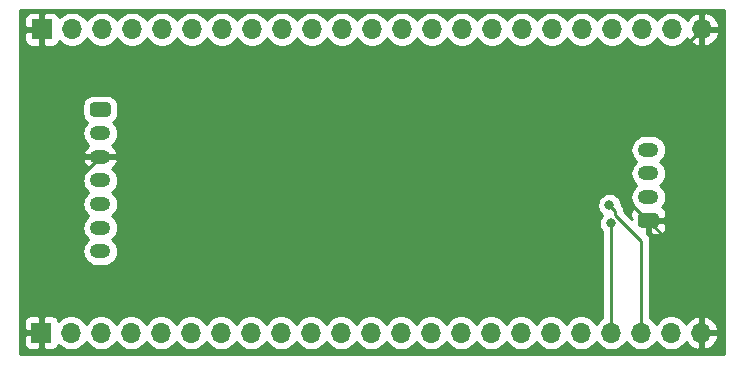
<source format=gbr>
%TF.GenerationSoftware,KiCad,Pcbnew,(5.1.10-1-10_14)*%
%TF.CreationDate,2021-06-07T15:14:56+08:00*%
%TF.ProjectId,ultrasonic,756c7472-6173-46f6-9e69-632e6b696361,rev?*%
%TF.SameCoordinates,Original*%
%TF.FileFunction,Copper,L2,Bot*%
%TF.FilePolarity,Positive*%
%FSLAX46Y46*%
G04 Gerber Fmt 4.6, Leading zero omitted, Abs format (unit mm)*
G04 Created by KiCad (PCBNEW (5.1.10-1-10_14)) date 2021-06-07 15:14:56*
%MOMM*%
%LPD*%
G01*
G04 APERTURE LIST*
%TA.AperFunction,ComponentPad*%
%ADD10O,1.750000X1.200000*%
%TD*%
%TA.AperFunction,ComponentPad*%
%ADD11O,1.700000X1.700000*%
%TD*%
%TA.AperFunction,ComponentPad*%
%ADD12R,1.700000X1.700000*%
%TD*%
%TA.AperFunction,ViaPad*%
%ADD13C,3.300000*%
%TD*%
%TA.AperFunction,ViaPad*%
%ADD14C,0.800000*%
%TD*%
%TA.AperFunction,Conductor*%
%ADD15C,0.250000*%
%TD*%
%TA.AperFunction,Conductor*%
%ADD16C,0.254000*%
%TD*%
%TA.AperFunction,Conductor*%
%ADD17C,0.350000*%
%TD*%
%ADD18C,0.350000*%
G04 APERTURE END LIST*
D10*
%TO.P,J3,7*%
%TO.N,+5V*%
X57500000Y-120600000D03*
%TO.P,J3,6*%
%TO.N,/IO35*%
X57500000Y-118600000D03*
%TO.P,J3,5*%
%TO.N,/IO36*%
X57500000Y-116600000D03*
%TO.P,J3,4*%
%TO.N,/IO37*%
X57500000Y-114600000D03*
%TO.P,J3,3*%
%TO.N,GND*%
X57500000Y-112600000D03*
%TO.P,J3,2*%
%TO.N,/IO38*%
X57500000Y-110600000D03*
%TO.P,J3,1*%
%TO.N,/IO39*%
%TA.AperFunction,ComponentPad*%
G36*
G01*
X56874999Y-108000000D02*
X58125001Y-108000000D01*
G75*
G02*
X58375000Y-108249999I0J-249999D01*
G01*
X58375000Y-108950001D01*
G75*
G02*
X58125001Y-109200000I-249999J0D01*
G01*
X56874999Y-109200000D01*
G75*
G02*
X56625000Y-108950001I0J249999D01*
G01*
X56625000Y-108249999D01*
G75*
G02*
X56874999Y-108000000I249999J0D01*
G01*
G37*
%TD.AperFunction*%
%TD*%
%TO.P,J5,4*%
%TO.N,+5V*%
X103900000Y-112000000D03*
%TO.P,J5,3*%
%TO.N,/IO18*%
X103900000Y-114000000D03*
%TO.P,J5,2*%
%TO.N,/IO17*%
X103900000Y-116000000D03*
%TO.P,J5,1*%
%TO.N,GND*%
%TA.AperFunction,ComponentPad*%
G36*
G01*
X104525001Y-118600000D02*
X103274999Y-118600000D01*
G75*
G02*
X103025000Y-118350001I0J249999D01*
G01*
X103025000Y-117649999D01*
G75*
G02*
X103274999Y-117400000I249999J0D01*
G01*
X104525001Y-117400000D01*
G75*
G02*
X104775000Y-117649999I0J-249999D01*
G01*
X104775000Y-118350001D01*
G75*
G02*
X104525001Y-118600000I-249999J0D01*
G01*
G37*
%TD.AperFunction*%
%TD*%
D11*
%TO.P,J2,23*%
%TO.N,GND*%
X108440000Y-101800000D03*
%TO.P,J2,22*%
%TO.N,+5V*%
X105900000Y-101800000D03*
%TO.P,J2,21*%
%TO.N,N/C*%
X103360000Y-101800000D03*
%TO.P,J2,20*%
X100820000Y-101800000D03*
%TO.P,J2,19*%
X98280000Y-101800000D03*
%TO.P,J2,18*%
X95740000Y-101800000D03*
%TO.P,J2,17*%
X93200000Y-101800000D03*
%TO.P,J2,16*%
X90660000Y-101800000D03*
%TO.P,J2,15*%
%TO.N,/IO35*%
X88120000Y-101800000D03*
%TO.P,J2,14*%
%TO.N,/IO36*%
X85580000Y-101800000D03*
%TO.P,J2,13*%
%TO.N,/IO37*%
X83040000Y-101800000D03*
%TO.P,J2,12*%
%TO.N,/IO38*%
X80500000Y-101800000D03*
%TO.P,J2,11*%
%TO.N,/IO39*%
X77960000Y-101800000D03*
%TO.P,J2,10*%
%TO.N,N/C*%
X75420000Y-101800000D03*
%TO.P,J2,9*%
X72880000Y-101800000D03*
%TO.P,J2,8*%
X70340000Y-101800000D03*
%TO.P,J2,7*%
X67800000Y-101800000D03*
%TO.P,J2,6*%
X65260000Y-101800000D03*
%TO.P,J2,5*%
X62720000Y-101800000D03*
%TO.P,J2,4*%
X60180000Y-101800000D03*
%TO.P,J2,3*%
X57640000Y-101800000D03*
%TO.P,J2,2*%
%TO.N,+3V3*%
X55100000Y-101800000D03*
D12*
%TO.P,J2,1*%
%TO.N,GND*%
X52560000Y-101800000D03*
%TD*%
D11*
%TO.P,J1,23*%
%TO.N,GND*%
X108380000Y-127500000D03*
%TO.P,J1,22*%
%TO.N,+5V*%
X105840000Y-127500000D03*
%TO.P,J1,21*%
%TO.N,/IO18*%
X103300000Y-127500000D03*
%TO.P,J1,20*%
%TO.N,/IO17*%
X100760000Y-127500000D03*
%TO.P,J1,19*%
%TO.N,N/C*%
X98220000Y-127500000D03*
%TO.P,J1,18*%
X95680000Y-127500000D03*
%TO.P,J1,17*%
X93140000Y-127500000D03*
%TO.P,J1,16*%
X90600000Y-127500000D03*
%TO.P,J1,15*%
X88060000Y-127500000D03*
%TO.P,J1,14*%
X85520000Y-127500000D03*
%TO.P,J1,13*%
X82980000Y-127500000D03*
%TO.P,J1,12*%
X80440000Y-127500000D03*
%TO.P,J1,11*%
X77900000Y-127500000D03*
%TO.P,J1,10*%
X75360000Y-127500000D03*
%TO.P,J1,9*%
X72820000Y-127500000D03*
%TO.P,J1,8*%
X70280000Y-127500000D03*
%TO.P,J1,7*%
X67740000Y-127500000D03*
%TO.P,J1,6*%
X65200000Y-127500000D03*
%TO.P,J1,5*%
X62660000Y-127500000D03*
%TO.P,J1,4*%
X60120000Y-127500000D03*
%TO.P,J1,3*%
X57580000Y-127500000D03*
%TO.P,J1,2*%
%TO.N,+3V3*%
X55040000Y-127500000D03*
D12*
%TO.P,J1,1*%
%TO.N,GND*%
X52500000Y-127500000D03*
%TD*%
D13*
%TO.N,GND*%
X63700000Y-105600000D03*
X63700000Y-123500000D03*
X108400000Y-105740000D03*
X108200000Y-123700000D03*
D14*
%TO.N,/IO18*%
X100600000Y-116700000D03*
%TO.N,/IO17*%
X100760000Y-118240000D03*
%TD*%
D15*
%TO.N,GND*%
X108380000Y-122480000D02*
X103900000Y-118000000D01*
X108380000Y-127500000D02*
X108380000Y-122480000D01*
X57500000Y-112600000D02*
X98500000Y-112600000D01*
X98650000Y-111590000D02*
X98650000Y-112750000D01*
X108440000Y-101800000D02*
X98650000Y-111590000D01*
X98650000Y-112750000D02*
X103900000Y-118000000D01*
X98500000Y-112600000D02*
X98650000Y-112750000D01*
X52500000Y-117600000D02*
X52500000Y-123200000D01*
X57500000Y-112600000D02*
X52500000Y-117600000D01*
X52560000Y-108785000D02*
X52560000Y-105740000D01*
X56375000Y-112600000D02*
X52560000Y-108785000D01*
X57500000Y-112600000D02*
X56375000Y-112600000D01*
X52560000Y-105740000D02*
X52560000Y-101800000D01*
X52500000Y-123200000D02*
X52500000Y-127500000D01*
%TO.N,/IO18*%
X103300000Y-119706998D02*
X101100000Y-117506998D01*
X103300000Y-127500000D02*
X103300000Y-119706998D01*
X101100000Y-117200000D02*
X100600000Y-116700000D01*
X101100000Y-117506998D02*
X101100000Y-117200000D01*
%TO.N,/IO17*%
X100760000Y-118260000D02*
X100760000Y-118240000D01*
X100760000Y-118240000D02*
X100760000Y-118240000D01*
X100760000Y-118340000D02*
X100760000Y-118260000D01*
X100760000Y-118240000D02*
X100760000Y-127500000D01*
%TD*%
D16*
%TO.N,GND*%
X110315000Y-129315000D02*
X50685000Y-129315000D01*
X50685000Y-128350000D01*
X51011928Y-128350000D01*
X51024188Y-128474482D01*
X51060498Y-128594180D01*
X51119463Y-128704494D01*
X51198815Y-128801185D01*
X51295506Y-128880537D01*
X51405820Y-128939502D01*
X51525518Y-128975812D01*
X51650000Y-128988072D01*
X52214250Y-128985000D01*
X52373000Y-128826250D01*
X52373000Y-127627000D01*
X51173750Y-127627000D01*
X51015000Y-127785750D01*
X51011928Y-128350000D01*
X50685000Y-128350000D01*
X50685000Y-126650000D01*
X51011928Y-126650000D01*
X51015000Y-127214250D01*
X51173750Y-127373000D01*
X52373000Y-127373000D01*
X52373000Y-126173750D01*
X52627000Y-126173750D01*
X52627000Y-127373000D01*
X52647000Y-127373000D01*
X52647000Y-127627000D01*
X52627000Y-127627000D01*
X52627000Y-128826250D01*
X52785750Y-128985000D01*
X53350000Y-128988072D01*
X53474482Y-128975812D01*
X53594180Y-128939502D01*
X53704494Y-128880537D01*
X53801185Y-128801185D01*
X53880537Y-128704494D01*
X53939502Y-128594180D01*
X53961513Y-128521620D01*
X54093368Y-128653475D01*
X54336589Y-128815990D01*
X54606842Y-128927932D01*
X54893740Y-128985000D01*
X55186260Y-128985000D01*
X55473158Y-128927932D01*
X55743411Y-128815990D01*
X55986632Y-128653475D01*
X56193475Y-128446632D01*
X56310000Y-128272240D01*
X56426525Y-128446632D01*
X56633368Y-128653475D01*
X56876589Y-128815990D01*
X57146842Y-128927932D01*
X57433740Y-128985000D01*
X57726260Y-128985000D01*
X58013158Y-128927932D01*
X58283411Y-128815990D01*
X58526632Y-128653475D01*
X58733475Y-128446632D01*
X58850000Y-128272240D01*
X58966525Y-128446632D01*
X59173368Y-128653475D01*
X59416589Y-128815990D01*
X59686842Y-128927932D01*
X59973740Y-128985000D01*
X60266260Y-128985000D01*
X60553158Y-128927932D01*
X60823411Y-128815990D01*
X61066632Y-128653475D01*
X61273475Y-128446632D01*
X61390000Y-128272240D01*
X61506525Y-128446632D01*
X61713368Y-128653475D01*
X61956589Y-128815990D01*
X62226842Y-128927932D01*
X62513740Y-128985000D01*
X62806260Y-128985000D01*
X63093158Y-128927932D01*
X63363411Y-128815990D01*
X63606632Y-128653475D01*
X63813475Y-128446632D01*
X63930000Y-128272240D01*
X64046525Y-128446632D01*
X64253368Y-128653475D01*
X64496589Y-128815990D01*
X64766842Y-128927932D01*
X65053740Y-128985000D01*
X65346260Y-128985000D01*
X65633158Y-128927932D01*
X65903411Y-128815990D01*
X66146632Y-128653475D01*
X66353475Y-128446632D01*
X66470000Y-128272240D01*
X66586525Y-128446632D01*
X66793368Y-128653475D01*
X67036589Y-128815990D01*
X67306842Y-128927932D01*
X67593740Y-128985000D01*
X67886260Y-128985000D01*
X68173158Y-128927932D01*
X68443411Y-128815990D01*
X68686632Y-128653475D01*
X68893475Y-128446632D01*
X69010000Y-128272240D01*
X69126525Y-128446632D01*
X69333368Y-128653475D01*
X69576589Y-128815990D01*
X69846842Y-128927932D01*
X70133740Y-128985000D01*
X70426260Y-128985000D01*
X70713158Y-128927932D01*
X70983411Y-128815990D01*
X71226632Y-128653475D01*
X71433475Y-128446632D01*
X71550000Y-128272240D01*
X71666525Y-128446632D01*
X71873368Y-128653475D01*
X72116589Y-128815990D01*
X72386842Y-128927932D01*
X72673740Y-128985000D01*
X72966260Y-128985000D01*
X73253158Y-128927932D01*
X73523411Y-128815990D01*
X73766632Y-128653475D01*
X73973475Y-128446632D01*
X74090000Y-128272240D01*
X74206525Y-128446632D01*
X74413368Y-128653475D01*
X74656589Y-128815990D01*
X74926842Y-128927932D01*
X75213740Y-128985000D01*
X75506260Y-128985000D01*
X75793158Y-128927932D01*
X76063411Y-128815990D01*
X76306632Y-128653475D01*
X76513475Y-128446632D01*
X76630000Y-128272240D01*
X76746525Y-128446632D01*
X76953368Y-128653475D01*
X77196589Y-128815990D01*
X77466842Y-128927932D01*
X77753740Y-128985000D01*
X78046260Y-128985000D01*
X78333158Y-128927932D01*
X78603411Y-128815990D01*
X78846632Y-128653475D01*
X79053475Y-128446632D01*
X79170000Y-128272240D01*
X79286525Y-128446632D01*
X79493368Y-128653475D01*
X79736589Y-128815990D01*
X80006842Y-128927932D01*
X80293740Y-128985000D01*
X80586260Y-128985000D01*
X80873158Y-128927932D01*
X81143411Y-128815990D01*
X81386632Y-128653475D01*
X81593475Y-128446632D01*
X81710000Y-128272240D01*
X81826525Y-128446632D01*
X82033368Y-128653475D01*
X82276589Y-128815990D01*
X82546842Y-128927932D01*
X82833740Y-128985000D01*
X83126260Y-128985000D01*
X83413158Y-128927932D01*
X83683411Y-128815990D01*
X83926632Y-128653475D01*
X84133475Y-128446632D01*
X84250000Y-128272240D01*
X84366525Y-128446632D01*
X84573368Y-128653475D01*
X84816589Y-128815990D01*
X85086842Y-128927932D01*
X85373740Y-128985000D01*
X85666260Y-128985000D01*
X85953158Y-128927932D01*
X86223411Y-128815990D01*
X86466632Y-128653475D01*
X86673475Y-128446632D01*
X86790000Y-128272240D01*
X86906525Y-128446632D01*
X87113368Y-128653475D01*
X87356589Y-128815990D01*
X87626842Y-128927932D01*
X87913740Y-128985000D01*
X88206260Y-128985000D01*
X88493158Y-128927932D01*
X88763411Y-128815990D01*
X89006632Y-128653475D01*
X89213475Y-128446632D01*
X89330000Y-128272240D01*
X89446525Y-128446632D01*
X89653368Y-128653475D01*
X89896589Y-128815990D01*
X90166842Y-128927932D01*
X90453740Y-128985000D01*
X90746260Y-128985000D01*
X91033158Y-128927932D01*
X91303411Y-128815990D01*
X91546632Y-128653475D01*
X91753475Y-128446632D01*
X91870000Y-128272240D01*
X91986525Y-128446632D01*
X92193368Y-128653475D01*
X92436589Y-128815990D01*
X92706842Y-128927932D01*
X92993740Y-128985000D01*
X93286260Y-128985000D01*
X93573158Y-128927932D01*
X93843411Y-128815990D01*
X94086632Y-128653475D01*
X94293475Y-128446632D01*
X94410000Y-128272240D01*
X94526525Y-128446632D01*
X94733368Y-128653475D01*
X94976589Y-128815990D01*
X95246842Y-128927932D01*
X95533740Y-128985000D01*
X95826260Y-128985000D01*
X96113158Y-128927932D01*
X96383411Y-128815990D01*
X96626632Y-128653475D01*
X96833475Y-128446632D01*
X96950000Y-128272240D01*
X97066525Y-128446632D01*
X97273368Y-128653475D01*
X97516589Y-128815990D01*
X97786842Y-128927932D01*
X98073740Y-128985000D01*
X98366260Y-128985000D01*
X98653158Y-128927932D01*
X98923411Y-128815990D01*
X99166632Y-128653475D01*
X99373475Y-128446632D01*
X99490000Y-128272240D01*
X99606525Y-128446632D01*
X99813368Y-128653475D01*
X100056589Y-128815990D01*
X100326842Y-128927932D01*
X100613740Y-128985000D01*
X100906260Y-128985000D01*
X101193158Y-128927932D01*
X101463411Y-128815990D01*
X101706632Y-128653475D01*
X101913475Y-128446632D01*
X102030000Y-128272240D01*
X102146525Y-128446632D01*
X102353368Y-128653475D01*
X102596589Y-128815990D01*
X102866842Y-128927932D01*
X103153740Y-128985000D01*
X103446260Y-128985000D01*
X103733158Y-128927932D01*
X104003411Y-128815990D01*
X104246632Y-128653475D01*
X104453475Y-128446632D01*
X104570000Y-128272240D01*
X104686525Y-128446632D01*
X104893368Y-128653475D01*
X105136589Y-128815990D01*
X105406842Y-128927932D01*
X105693740Y-128985000D01*
X105986260Y-128985000D01*
X106273158Y-128927932D01*
X106543411Y-128815990D01*
X106786632Y-128653475D01*
X106993475Y-128446632D01*
X107115195Y-128264466D01*
X107184822Y-128381355D01*
X107379731Y-128597588D01*
X107613080Y-128771641D01*
X107875901Y-128896825D01*
X108023110Y-128941476D01*
X108253000Y-128820155D01*
X108253000Y-127627000D01*
X108507000Y-127627000D01*
X108507000Y-128820155D01*
X108736890Y-128941476D01*
X108884099Y-128896825D01*
X109146920Y-128771641D01*
X109380269Y-128597588D01*
X109575178Y-128381355D01*
X109724157Y-128131252D01*
X109821481Y-127856891D01*
X109700814Y-127627000D01*
X108507000Y-127627000D01*
X108253000Y-127627000D01*
X108233000Y-127627000D01*
X108233000Y-127373000D01*
X108253000Y-127373000D01*
X108253000Y-126179845D01*
X108507000Y-126179845D01*
X108507000Y-127373000D01*
X109700814Y-127373000D01*
X109821481Y-127143109D01*
X109724157Y-126868748D01*
X109575178Y-126618645D01*
X109380269Y-126402412D01*
X109146920Y-126228359D01*
X108884099Y-126103175D01*
X108736890Y-126058524D01*
X108507000Y-126179845D01*
X108253000Y-126179845D01*
X108023110Y-126058524D01*
X107875901Y-126103175D01*
X107613080Y-126228359D01*
X107379731Y-126402412D01*
X107184822Y-126618645D01*
X107115195Y-126735534D01*
X106993475Y-126553368D01*
X106786632Y-126346525D01*
X106543411Y-126184010D01*
X106273158Y-126072068D01*
X105986260Y-126015000D01*
X105693740Y-126015000D01*
X105406842Y-126072068D01*
X105136589Y-126184010D01*
X104893368Y-126346525D01*
X104686525Y-126553368D01*
X104570000Y-126727760D01*
X104453475Y-126553368D01*
X104246632Y-126346525D01*
X104060000Y-126221822D01*
X104060000Y-119744321D01*
X104063676Y-119706998D01*
X104060000Y-119669675D01*
X104060000Y-119669665D01*
X104049003Y-119558012D01*
X104005546Y-119414751D01*
X103934974Y-119282722D01*
X103840001Y-119166997D01*
X103811003Y-119143199D01*
X103758527Y-119090723D01*
X103773000Y-119076250D01*
X103773000Y-118127000D01*
X104027000Y-118127000D01*
X104027000Y-119076250D01*
X104185750Y-119235000D01*
X104775000Y-119238072D01*
X104899482Y-119225812D01*
X105019180Y-119189502D01*
X105129494Y-119130537D01*
X105226185Y-119051185D01*
X105305537Y-118954494D01*
X105364502Y-118844180D01*
X105400812Y-118724482D01*
X105413072Y-118600000D01*
X105410000Y-118285750D01*
X105251250Y-118127000D01*
X104027000Y-118127000D01*
X103773000Y-118127000D01*
X103753000Y-118127000D01*
X103753000Y-117873000D01*
X103773000Y-117873000D01*
X103773000Y-117853000D01*
X104027000Y-117853000D01*
X104027000Y-117873000D01*
X105251250Y-117873000D01*
X105410000Y-117714250D01*
X105413072Y-117400000D01*
X105400812Y-117275518D01*
X105364502Y-117155820D01*
X105305537Y-117045506D01*
X105226185Y-116948815D01*
X105129494Y-116869463D01*
X105080564Y-116843309D01*
X105206833Y-116689449D01*
X105321511Y-116474901D01*
X105392130Y-116242102D01*
X105415975Y-116000000D01*
X105392130Y-115757898D01*
X105321511Y-115525099D01*
X105206833Y-115310551D01*
X105052502Y-115122498D01*
X104903238Y-115000000D01*
X105052502Y-114877502D01*
X105206833Y-114689449D01*
X105321511Y-114474901D01*
X105392130Y-114242102D01*
X105415975Y-114000000D01*
X105392130Y-113757898D01*
X105321511Y-113525099D01*
X105206833Y-113310551D01*
X105052502Y-113122498D01*
X104903238Y-113000000D01*
X105052502Y-112877502D01*
X105206833Y-112689449D01*
X105321511Y-112474901D01*
X105392130Y-112242102D01*
X105415975Y-112000000D01*
X105392130Y-111757898D01*
X105321511Y-111525099D01*
X105206833Y-111310551D01*
X105052502Y-111122498D01*
X104864449Y-110968167D01*
X104649901Y-110853489D01*
X104417102Y-110782870D01*
X104235665Y-110765000D01*
X103564335Y-110765000D01*
X103382898Y-110782870D01*
X103150099Y-110853489D01*
X102935551Y-110968167D01*
X102747498Y-111122498D01*
X102593167Y-111310551D01*
X102478489Y-111525099D01*
X102407870Y-111757898D01*
X102384025Y-112000000D01*
X102407870Y-112242102D01*
X102478489Y-112474901D01*
X102593167Y-112689449D01*
X102747498Y-112877502D01*
X102896762Y-113000000D01*
X102747498Y-113122498D01*
X102593167Y-113310551D01*
X102478489Y-113525099D01*
X102407870Y-113757898D01*
X102384025Y-114000000D01*
X102407870Y-114242102D01*
X102478489Y-114474901D01*
X102593167Y-114689449D01*
X102747498Y-114877502D01*
X102896762Y-115000000D01*
X102747498Y-115122498D01*
X102593167Y-115310551D01*
X102478489Y-115525099D01*
X102407870Y-115757898D01*
X102384025Y-116000000D01*
X102407870Y-116242102D01*
X102478489Y-116474901D01*
X102593167Y-116689449D01*
X102719436Y-116843309D01*
X102670506Y-116869463D01*
X102573815Y-116948815D01*
X102494463Y-117045506D01*
X102435498Y-117155820D01*
X102399188Y-117275518D01*
X102386928Y-117400000D01*
X102390000Y-117714250D01*
X102548748Y-117872998D01*
X102540802Y-117872998D01*
X101863225Y-117195422D01*
X101860000Y-117162675D01*
X101860000Y-117162668D01*
X101849003Y-117051015D01*
X101843185Y-117031833D01*
X101805546Y-116907753D01*
X101734974Y-116775724D01*
X101708382Y-116743322D01*
X101640001Y-116659999D01*
X101635000Y-116655895D01*
X101635000Y-116598061D01*
X101595226Y-116398102D01*
X101517205Y-116209744D01*
X101403937Y-116040226D01*
X101259774Y-115896063D01*
X101090256Y-115782795D01*
X100901898Y-115704774D01*
X100701939Y-115665000D01*
X100498061Y-115665000D01*
X100298102Y-115704774D01*
X100109744Y-115782795D01*
X99940226Y-115896063D01*
X99796063Y-116040226D01*
X99682795Y-116209744D01*
X99604774Y-116398102D01*
X99565000Y-116598061D01*
X99565000Y-116801939D01*
X99604774Y-117001898D01*
X99682795Y-117190256D01*
X99796063Y-117359774D01*
X99940226Y-117503937D01*
X99995452Y-117540837D01*
X99956063Y-117580226D01*
X99842795Y-117749744D01*
X99764774Y-117938102D01*
X99725000Y-118138061D01*
X99725000Y-118341939D01*
X99764774Y-118541898D01*
X99842795Y-118730256D01*
X99956063Y-118899774D01*
X100000000Y-118943711D01*
X100000001Y-126221821D01*
X99813368Y-126346525D01*
X99606525Y-126553368D01*
X99490000Y-126727760D01*
X99373475Y-126553368D01*
X99166632Y-126346525D01*
X98923411Y-126184010D01*
X98653158Y-126072068D01*
X98366260Y-126015000D01*
X98073740Y-126015000D01*
X97786842Y-126072068D01*
X97516589Y-126184010D01*
X97273368Y-126346525D01*
X97066525Y-126553368D01*
X96950000Y-126727760D01*
X96833475Y-126553368D01*
X96626632Y-126346525D01*
X96383411Y-126184010D01*
X96113158Y-126072068D01*
X95826260Y-126015000D01*
X95533740Y-126015000D01*
X95246842Y-126072068D01*
X94976589Y-126184010D01*
X94733368Y-126346525D01*
X94526525Y-126553368D01*
X94410000Y-126727760D01*
X94293475Y-126553368D01*
X94086632Y-126346525D01*
X93843411Y-126184010D01*
X93573158Y-126072068D01*
X93286260Y-126015000D01*
X92993740Y-126015000D01*
X92706842Y-126072068D01*
X92436589Y-126184010D01*
X92193368Y-126346525D01*
X91986525Y-126553368D01*
X91870000Y-126727760D01*
X91753475Y-126553368D01*
X91546632Y-126346525D01*
X91303411Y-126184010D01*
X91033158Y-126072068D01*
X90746260Y-126015000D01*
X90453740Y-126015000D01*
X90166842Y-126072068D01*
X89896589Y-126184010D01*
X89653368Y-126346525D01*
X89446525Y-126553368D01*
X89330000Y-126727760D01*
X89213475Y-126553368D01*
X89006632Y-126346525D01*
X88763411Y-126184010D01*
X88493158Y-126072068D01*
X88206260Y-126015000D01*
X87913740Y-126015000D01*
X87626842Y-126072068D01*
X87356589Y-126184010D01*
X87113368Y-126346525D01*
X86906525Y-126553368D01*
X86790000Y-126727760D01*
X86673475Y-126553368D01*
X86466632Y-126346525D01*
X86223411Y-126184010D01*
X85953158Y-126072068D01*
X85666260Y-126015000D01*
X85373740Y-126015000D01*
X85086842Y-126072068D01*
X84816589Y-126184010D01*
X84573368Y-126346525D01*
X84366525Y-126553368D01*
X84250000Y-126727760D01*
X84133475Y-126553368D01*
X83926632Y-126346525D01*
X83683411Y-126184010D01*
X83413158Y-126072068D01*
X83126260Y-126015000D01*
X82833740Y-126015000D01*
X82546842Y-126072068D01*
X82276589Y-126184010D01*
X82033368Y-126346525D01*
X81826525Y-126553368D01*
X81710000Y-126727760D01*
X81593475Y-126553368D01*
X81386632Y-126346525D01*
X81143411Y-126184010D01*
X80873158Y-126072068D01*
X80586260Y-126015000D01*
X80293740Y-126015000D01*
X80006842Y-126072068D01*
X79736589Y-126184010D01*
X79493368Y-126346525D01*
X79286525Y-126553368D01*
X79170000Y-126727760D01*
X79053475Y-126553368D01*
X78846632Y-126346525D01*
X78603411Y-126184010D01*
X78333158Y-126072068D01*
X78046260Y-126015000D01*
X77753740Y-126015000D01*
X77466842Y-126072068D01*
X77196589Y-126184010D01*
X76953368Y-126346525D01*
X76746525Y-126553368D01*
X76630000Y-126727760D01*
X76513475Y-126553368D01*
X76306632Y-126346525D01*
X76063411Y-126184010D01*
X75793158Y-126072068D01*
X75506260Y-126015000D01*
X75213740Y-126015000D01*
X74926842Y-126072068D01*
X74656589Y-126184010D01*
X74413368Y-126346525D01*
X74206525Y-126553368D01*
X74090000Y-126727760D01*
X73973475Y-126553368D01*
X73766632Y-126346525D01*
X73523411Y-126184010D01*
X73253158Y-126072068D01*
X72966260Y-126015000D01*
X72673740Y-126015000D01*
X72386842Y-126072068D01*
X72116589Y-126184010D01*
X71873368Y-126346525D01*
X71666525Y-126553368D01*
X71550000Y-126727760D01*
X71433475Y-126553368D01*
X71226632Y-126346525D01*
X70983411Y-126184010D01*
X70713158Y-126072068D01*
X70426260Y-126015000D01*
X70133740Y-126015000D01*
X69846842Y-126072068D01*
X69576589Y-126184010D01*
X69333368Y-126346525D01*
X69126525Y-126553368D01*
X69010000Y-126727760D01*
X68893475Y-126553368D01*
X68686632Y-126346525D01*
X68443411Y-126184010D01*
X68173158Y-126072068D01*
X67886260Y-126015000D01*
X67593740Y-126015000D01*
X67306842Y-126072068D01*
X67036589Y-126184010D01*
X66793368Y-126346525D01*
X66586525Y-126553368D01*
X66470000Y-126727760D01*
X66353475Y-126553368D01*
X66146632Y-126346525D01*
X65903411Y-126184010D01*
X65633158Y-126072068D01*
X65346260Y-126015000D01*
X65053740Y-126015000D01*
X64766842Y-126072068D01*
X64496589Y-126184010D01*
X64253368Y-126346525D01*
X64046525Y-126553368D01*
X63930000Y-126727760D01*
X63813475Y-126553368D01*
X63606632Y-126346525D01*
X63363411Y-126184010D01*
X63093158Y-126072068D01*
X62806260Y-126015000D01*
X62513740Y-126015000D01*
X62226842Y-126072068D01*
X61956589Y-126184010D01*
X61713368Y-126346525D01*
X61506525Y-126553368D01*
X61390000Y-126727760D01*
X61273475Y-126553368D01*
X61066632Y-126346525D01*
X60823411Y-126184010D01*
X60553158Y-126072068D01*
X60266260Y-126015000D01*
X59973740Y-126015000D01*
X59686842Y-126072068D01*
X59416589Y-126184010D01*
X59173368Y-126346525D01*
X58966525Y-126553368D01*
X58850000Y-126727760D01*
X58733475Y-126553368D01*
X58526632Y-126346525D01*
X58283411Y-126184010D01*
X58013158Y-126072068D01*
X57726260Y-126015000D01*
X57433740Y-126015000D01*
X57146842Y-126072068D01*
X56876589Y-126184010D01*
X56633368Y-126346525D01*
X56426525Y-126553368D01*
X56310000Y-126727760D01*
X56193475Y-126553368D01*
X55986632Y-126346525D01*
X55743411Y-126184010D01*
X55473158Y-126072068D01*
X55186260Y-126015000D01*
X54893740Y-126015000D01*
X54606842Y-126072068D01*
X54336589Y-126184010D01*
X54093368Y-126346525D01*
X53961513Y-126478380D01*
X53939502Y-126405820D01*
X53880537Y-126295506D01*
X53801185Y-126198815D01*
X53704494Y-126119463D01*
X53594180Y-126060498D01*
X53474482Y-126024188D01*
X53350000Y-126011928D01*
X52785750Y-126015000D01*
X52627000Y-126173750D01*
X52373000Y-126173750D01*
X52214250Y-126015000D01*
X51650000Y-126011928D01*
X51525518Y-126024188D01*
X51405820Y-126060498D01*
X51295506Y-126119463D01*
X51198815Y-126198815D01*
X51119463Y-126295506D01*
X51060498Y-126405820D01*
X51024188Y-126525518D01*
X51011928Y-126650000D01*
X50685000Y-126650000D01*
X50685000Y-114600000D01*
X55984025Y-114600000D01*
X56007870Y-114842102D01*
X56078489Y-115074901D01*
X56193167Y-115289449D01*
X56347498Y-115477502D01*
X56496762Y-115600000D01*
X56347498Y-115722498D01*
X56193167Y-115910551D01*
X56078489Y-116125099D01*
X56007870Y-116357898D01*
X55984025Y-116600000D01*
X56007870Y-116842102D01*
X56078489Y-117074901D01*
X56193167Y-117289449D01*
X56347498Y-117477502D01*
X56496762Y-117600000D01*
X56347498Y-117722498D01*
X56193167Y-117910551D01*
X56078489Y-118125099D01*
X56007870Y-118357898D01*
X55984025Y-118600000D01*
X56007870Y-118842102D01*
X56078489Y-119074901D01*
X56193167Y-119289449D01*
X56347498Y-119477502D01*
X56496762Y-119600000D01*
X56347498Y-119722498D01*
X56193167Y-119910551D01*
X56078489Y-120125099D01*
X56007870Y-120357898D01*
X55984025Y-120600000D01*
X56007870Y-120842102D01*
X56078489Y-121074901D01*
X56193167Y-121289449D01*
X56347498Y-121477502D01*
X56535551Y-121631833D01*
X56750099Y-121746511D01*
X56982898Y-121817130D01*
X57164335Y-121835000D01*
X57835665Y-121835000D01*
X58017102Y-121817130D01*
X58249901Y-121746511D01*
X58464449Y-121631833D01*
X58652502Y-121477502D01*
X58806833Y-121289449D01*
X58921511Y-121074901D01*
X58992130Y-120842102D01*
X59015975Y-120600000D01*
X58992130Y-120357898D01*
X58921511Y-120125099D01*
X58806833Y-119910551D01*
X58652502Y-119722498D01*
X58503238Y-119600000D01*
X58652502Y-119477502D01*
X58806833Y-119289449D01*
X58921511Y-119074901D01*
X58992130Y-118842102D01*
X59015975Y-118600000D01*
X58992130Y-118357898D01*
X58921511Y-118125099D01*
X58806833Y-117910551D01*
X58652502Y-117722498D01*
X58503238Y-117600000D01*
X58652502Y-117477502D01*
X58806833Y-117289449D01*
X58921511Y-117074901D01*
X58992130Y-116842102D01*
X59015975Y-116600000D01*
X58992130Y-116357898D01*
X58921511Y-116125099D01*
X58806833Y-115910551D01*
X58652502Y-115722498D01*
X58503238Y-115600000D01*
X58652502Y-115477502D01*
X58806833Y-115289449D01*
X58921511Y-115074901D01*
X58992130Y-114842102D01*
X59015975Y-114600000D01*
X58992130Y-114357898D01*
X58921511Y-114125099D01*
X58806833Y-113910551D01*
X58652502Y-113722498D01*
X58502652Y-113599519D01*
X58566725Y-113556307D01*
X58738078Y-113383474D01*
X58872421Y-113180533D01*
X58964591Y-112955282D01*
X58968462Y-112917609D01*
X58843731Y-112727000D01*
X57627000Y-112727000D01*
X57627000Y-112747000D01*
X57373000Y-112747000D01*
X57373000Y-112727000D01*
X56156269Y-112727000D01*
X56031538Y-112917609D01*
X56035409Y-112955282D01*
X56127579Y-113180533D01*
X56261922Y-113383474D01*
X56433275Y-113556307D01*
X56497348Y-113599519D01*
X56347498Y-113722498D01*
X56193167Y-113910551D01*
X56078489Y-114125099D01*
X56007870Y-114357898D01*
X55984025Y-114600000D01*
X50685000Y-114600000D01*
X50685000Y-110600000D01*
X55984025Y-110600000D01*
X56007870Y-110842102D01*
X56078489Y-111074901D01*
X56193167Y-111289449D01*
X56347498Y-111477502D01*
X56497348Y-111600481D01*
X56433275Y-111643693D01*
X56261922Y-111816526D01*
X56127579Y-112019467D01*
X56035409Y-112244718D01*
X56031538Y-112282391D01*
X56156269Y-112473000D01*
X57373000Y-112473000D01*
X57373000Y-112453000D01*
X57627000Y-112453000D01*
X57627000Y-112473000D01*
X58843731Y-112473000D01*
X58968462Y-112282391D01*
X58964591Y-112244718D01*
X58872421Y-112019467D01*
X58738078Y-111816526D01*
X58566725Y-111643693D01*
X58502652Y-111600481D01*
X58652502Y-111477502D01*
X58806833Y-111289449D01*
X58921511Y-111074901D01*
X58992130Y-110842102D01*
X59015975Y-110600000D01*
X58992130Y-110357898D01*
X58921511Y-110125099D01*
X58806833Y-109910551D01*
X58652502Y-109722498D01*
X58613889Y-109690809D01*
X58618387Y-109688405D01*
X58752962Y-109577962D01*
X58863405Y-109443387D01*
X58945472Y-109289851D01*
X58996008Y-109123255D01*
X59013072Y-108950001D01*
X59013072Y-108249999D01*
X58996008Y-108076745D01*
X58945472Y-107910149D01*
X58863405Y-107756613D01*
X58752962Y-107622038D01*
X58618387Y-107511595D01*
X58464851Y-107429528D01*
X58298255Y-107378992D01*
X58125001Y-107361928D01*
X56874999Y-107361928D01*
X56701745Y-107378992D01*
X56535149Y-107429528D01*
X56381613Y-107511595D01*
X56247038Y-107622038D01*
X56136595Y-107756613D01*
X56054528Y-107910149D01*
X56003992Y-108076745D01*
X55986928Y-108249999D01*
X55986928Y-108950001D01*
X56003992Y-109123255D01*
X56054528Y-109289851D01*
X56136595Y-109443387D01*
X56247038Y-109577962D01*
X56381613Y-109688405D01*
X56386111Y-109690809D01*
X56347498Y-109722498D01*
X56193167Y-109910551D01*
X56078489Y-110125099D01*
X56007870Y-110357898D01*
X55984025Y-110600000D01*
X50685000Y-110600000D01*
X50685000Y-102650000D01*
X51071928Y-102650000D01*
X51084188Y-102774482D01*
X51120498Y-102894180D01*
X51179463Y-103004494D01*
X51258815Y-103101185D01*
X51355506Y-103180537D01*
X51465820Y-103239502D01*
X51585518Y-103275812D01*
X51710000Y-103288072D01*
X52274250Y-103285000D01*
X52433000Y-103126250D01*
X52433000Y-101927000D01*
X51233750Y-101927000D01*
X51075000Y-102085750D01*
X51071928Y-102650000D01*
X50685000Y-102650000D01*
X50685000Y-100950000D01*
X51071928Y-100950000D01*
X51075000Y-101514250D01*
X51233750Y-101673000D01*
X52433000Y-101673000D01*
X52433000Y-100473750D01*
X52687000Y-100473750D01*
X52687000Y-101673000D01*
X52707000Y-101673000D01*
X52707000Y-101927000D01*
X52687000Y-101927000D01*
X52687000Y-103126250D01*
X52845750Y-103285000D01*
X53410000Y-103288072D01*
X53534482Y-103275812D01*
X53654180Y-103239502D01*
X53764494Y-103180537D01*
X53861185Y-103101185D01*
X53940537Y-103004494D01*
X53999502Y-102894180D01*
X54021513Y-102821620D01*
X54153368Y-102953475D01*
X54396589Y-103115990D01*
X54666842Y-103227932D01*
X54953740Y-103285000D01*
X55246260Y-103285000D01*
X55533158Y-103227932D01*
X55803411Y-103115990D01*
X56046632Y-102953475D01*
X56253475Y-102746632D01*
X56370000Y-102572240D01*
X56486525Y-102746632D01*
X56693368Y-102953475D01*
X56936589Y-103115990D01*
X57206842Y-103227932D01*
X57493740Y-103285000D01*
X57786260Y-103285000D01*
X58073158Y-103227932D01*
X58343411Y-103115990D01*
X58586632Y-102953475D01*
X58793475Y-102746632D01*
X58910000Y-102572240D01*
X59026525Y-102746632D01*
X59233368Y-102953475D01*
X59476589Y-103115990D01*
X59746842Y-103227932D01*
X60033740Y-103285000D01*
X60326260Y-103285000D01*
X60613158Y-103227932D01*
X60883411Y-103115990D01*
X61126632Y-102953475D01*
X61333475Y-102746632D01*
X61450000Y-102572240D01*
X61566525Y-102746632D01*
X61773368Y-102953475D01*
X62016589Y-103115990D01*
X62286842Y-103227932D01*
X62573740Y-103285000D01*
X62866260Y-103285000D01*
X63153158Y-103227932D01*
X63423411Y-103115990D01*
X63666632Y-102953475D01*
X63873475Y-102746632D01*
X63990000Y-102572240D01*
X64106525Y-102746632D01*
X64313368Y-102953475D01*
X64556589Y-103115990D01*
X64826842Y-103227932D01*
X65113740Y-103285000D01*
X65406260Y-103285000D01*
X65693158Y-103227932D01*
X65963411Y-103115990D01*
X66206632Y-102953475D01*
X66413475Y-102746632D01*
X66530000Y-102572240D01*
X66646525Y-102746632D01*
X66853368Y-102953475D01*
X67096589Y-103115990D01*
X67366842Y-103227932D01*
X67653740Y-103285000D01*
X67946260Y-103285000D01*
X68233158Y-103227932D01*
X68503411Y-103115990D01*
X68746632Y-102953475D01*
X68953475Y-102746632D01*
X69070000Y-102572240D01*
X69186525Y-102746632D01*
X69393368Y-102953475D01*
X69636589Y-103115990D01*
X69906842Y-103227932D01*
X70193740Y-103285000D01*
X70486260Y-103285000D01*
X70773158Y-103227932D01*
X71043411Y-103115990D01*
X71286632Y-102953475D01*
X71493475Y-102746632D01*
X71610000Y-102572240D01*
X71726525Y-102746632D01*
X71933368Y-102953475D01*
X72176589Y-103115990D01*
X72446842Y-103227932D01*
X72733740Y-103285000D01*
X73026260Y-103285000D01*
X73313158Y-103227932D01*
X73583411Y-103115990D01*
X73826632Y-102953475D01*
X74033475Y-102746632D01*
X74150000Y-102572240D01*
X74266525Y-102746632D01*
X74473368Y-102953475D01*
X74716589Y-103115990D01*
X74986842Y-103227932D01*
X75273740Y-103285000D01*
X75566260Y-103285000D01*
X75853158Y-103227932D01*
X76123411Y-103115990D01*
X76366632Y-102953475D01*
X76573475Y-102746632D01*
X76690000Y-102572240D01*
X76806525Y-102746632D01*
X77013368Y-102953475D01*
X77256589Y-103115990D01*
X77526842Y-103227932D01*
X77813740Y-103285000D01*
X78106260Y-103285000D01*
X78393158Y-103227932D01*
X78663411Y-103115990D01*
X78906632Y-102953475D01*
X79113475Y-102746632D01*
X79230000Y-102572240D01*
X79346525Y-102746632D01*
X79553368Y-102953475D01*
X79796589Y-103115990D01*
X80066842Y-103227932D01*
X80353740Y-103285000D01*
X80646260Y-103285000D01*
X80933158Y-103227932D01*
X81203411Y-103115990D01*
X81446632Y-102953475D01*
X81653475Y-102746632D01*
X81770000Y-102572240D01*
X81886525Y-102746632D01*
X82093368Y-102953475D01*
X82336589Y-103115990D01*
X82606842Y-103227932D01*
X82893740Y-103285000D01*
X83186260Y-103285000D01*
X83473158Y-103227932D01*
X83743411Y-103115990D01*
X83986632Y-102953475D01*
X84193475Y-102746632D01*
X84310000Y-102572240D01*
X84426525Y-102746632D01*
X84633368Y-102953475D01*
X84876589Y-103115990D01*
X85146842Y-103227932D01*
X85433740Y-103285000D01*
X85726260Y-103285000D01*
X86013158Y-103227932D01*
X86283411Y-103115990D01*
X86526632Y-102953475D01*
X86733475Y-102746632D01*
X86850000Y-102572240D01*
X86966525Y-102746632D01*
X87173368Y-102953475D01*
X87416589Y-103115990D01*
X87686842Y-103227932D01*
X87973740Y-103285000D01*
X88266260Y-103285000D01*
X88553158Y-103227932D01*
X88823411Y-103115990D01*
X89066632Y-102953475D01*
X89273475Y-102746632D01*
X89390000Y-102572240D01*
X89506525Y-102746632D01*
X89713368Y-102953475D01*
X89956589Y-103115990D01*
X90226842Y-103227932D01*
X90513740Y-103285000D01*
X90806260Y-103285000D01*
X91093158Y-103227932D01*
X91363411Y-103115990D01*
X91606632Y-102953475D01*
X91813475Y-102746632D01*
X91930000Y-102572240D01*
X92046525Y-102746632D01*
X92253368Y-102953475D01*
X92496589Y-103115990D01*
X92766842Y-103227932D01*
X93053740Y-103285000D01*
X93346260Y-103285000D01*
X93633158Y-103227932D01*
X93903411Y-103115990D01*
X94146632Y-102953475D01*
X94353475Y-102746632D01*
X94470000Y-102572240D01*
X94586525Y-102746632D01*
X94793368Y-102953475D01*
X95036589Y-103115990D01*
X95306842Y-103227932D01*
X95593740Y-103285000D01*
X95886260Y-103285000D01*
X96173158Y-103227932D01*
X96443411Y-103115990D01*
X96686632Y-102953475D01*
X96893475Y-102746632D01*
X97010000Y-102572240D01*
X97126525Y-102746632D01*
X97333368Y-102953475D01*
X97576589Y-103115990D01*
X97846842Y-103227932D01*
X98133740Y-103285000D01*
X98426260Y-103285000D01*
X98713158Y-103227932D01*
X98983411Y-103115990D01*
X99226632Y-102953475D01*
X99433475Y-102746632D01*
X99550000Y-102572240D01*
X99666525Y-102746632D01*
X99873368Y-102953475D01*
X100116589Y-103115990D01*
X100386842Y-103227932D01*
X100673740Y-103285000D01*
X100966260Y-103285000D01*
X101253158Y-103227932D01*
X101523411Y-103115990D01*
X101766632Y-102953475D01*
X101973475Y-102746632D01*
X102090000Y-102572240D01*
X102206525Y-102746632D01*
X102413368Y-102953475D01*
X102656589Y-103115990D01*
X102926842Y-103227932D01*
X103213740Y-103285000D01*
X103506260Y-103285000D01*
X103793158Y-103227932D01*
X104063411Y-103115990D01*
X104306632Y-102953475D01*
X104513475Y-102746632D01*
X104630000Y-102572240D01*
X104746525Y-102746632D01*
X104953368Y-102953475D01*
X105196589Y-103115990D01*
X105466842Y-103227932D01*
X105753740Y-103285000D01*
X106046260Y-103285000D01*
X106333158Y-103227932D01*
X106603411Y-103115990D01*
X106846632Y-102953475D01*
X107053475Y-102746632D01*
X107175195Y-102564466D01*
X107244822Y-102681355D01*
X107439731Y-102897588D01*
X107673080Y-103071641D01*
X107935901Y-103196825D01*
X108083110Y-103241476D01*
X108313000Y-103120155D01*
X108313000Y-101927000D01*
X108567000Y-101927000D01*
X108567000Y-103120155D01*
X108796890Y-103241476D01*
X108944099Y-103196825D01*
X109206920Y-103071641D01*
X109440269Y-102897588D01*
X109635178Y-102681355D01*
X109784157Y-102431252D01*
X109881481Y-102156891D01*
X109760814Y-101927000D01*
X108567000Y-101927000D01*
X108313000Y-101927000D01*
X108293000Y-101927000D01*
X108293000Y-101673000D01*
X108313000Y-101673000D01*
X108313000Y-100479845D01*
X108567000Y-100479845D01*
X108567000Y-101673000D01*
X109760814Y-101673000D01*
X109881481Y-101443109D01*
X109784157Y-101168748D01*
X109635178Y-100918645D01*
X109440269Y-100702412D01*
X109206920Y-100528359D01*
X108944099Y-100403175D01*
X108796890Y-100358524D01*
X108567000Y-100479845D01*
X108313000Y-100479845D01*
X108083110Y-100358524D01*
X107935901Y-100403175D01*
X107673080Y-100528359D01*
X107439731Y-100702412D01*
X107244822Y-100918645D01*
X107175195Y-101035534D01*
X107053475Y-100853368D01*
X106846632Y-100646525D01*
X106603411Y-100484010D01*
X106333158Y-100372068D01*
X106046260Y-100315000D01*
X105753740Y-100315000D01*
X105466842Y-100372068D01*
X105196589Y-100484010D01*
X104953368Y-100646525D01*
X104746525Y-100853368D01*
X104630000Y-101027760D01*
X104513475Y-100853368D01*
X104306632Y-100646525D01*
X104063411Y-100484010D01*
X103793158Y-100372068D01*
X103506260Y-100315000D01*
X103213740Y-100315000D01*
X102926842Y-100372068D01*
X102656589Y-100484010D01*
X102413368Y-100646525D01*
X102206525Y-100853368D01*
X102090000Y-101027760D01*
X101973475Y-100853368D01*
X101766632Y-100646525D01*
X101523411Y-100484010D01*
X101253158Y-100372068D01*
X100966260Y-100315000D01*
X100673740Y-100315000D01*
X100386842Y-100372068D01*
X100116589Y-100484010D01*
X99873368Y-100646525D01*
X99666525Y-100853368D01*
X99550000Y-101027760D01*
X99433475Y-100853368D01*
X99226632Y-100646525D01*
X98983411Y-100484010D01*
X98713158Y-100372068D01*
X98426260Y-100315000D01*
X98133740Y-100315000D01*
X97846842Y-100372068D01*
X97576589Y-100484010D01*
X97333368Y-100646525D01*
X97126525Y-100853368D01*
X97010000Y-101027760D01*
X96893475Y-100853368D01*
X96686632Y-100646525D01*
X96443411Y-100484010D01*
X96173158Y-100372068D01*
X95886260Y-100315000D01*
X95593740Y-100315000D01*
X95306842Y-100372068D01*
X95036589Y-100484010D01*
X94793368Y-100646525D01*
X94586525Y-100853368D01*
X94470000Y-101027760D01*
X94353475Y-100853368D01*
X94146632Y-100646525D01*
X93903411Y-100484010D01*
X93633158Y-100372068D01*
X93346260Y-100315000D01*
X93053740Y-100315000D01*
X92766842Y-100372068D01*
X92496589Y-100484010D01*
X92253368Y-100646525D01*
X92046525Y-100853368D01*
X91930000Y-101027760D01*
X91813475Y-100853368D01*
X91606632Y-100646525D01*
X91363411Y-100484010D01*
X91093158Y-100372068D01*
X90806260Y-100315000D01*
X90513740Y-100315000D01*
X90226842Y-100372068D01*
X89956589Y-100484010D01*
X89713368Y-100646525D01*
X89506525Y-100853368D01*
X89390000Y-101027760D01*
X89273475Y-100853368D01*
X89066632Y-100646525D01*
X88823411Y-100484010D01*
X88553158Y-100372068D01*
X88266260Y-100315000D01*
X87973740Y-100315000D01*
X87686842Y-100372068D01*
X87416589Y-100484010D01*
X87173368Y-100646525D01*
X86966525Y-100853368D01*
X86850000Y-101027760D01*
X86733475Y-100853368D01*
X86526632Y-100646525D01*
X86283411Y-100484010D01*
X86013158Y-100372068D01*
X85726260Y-100315000D01*
X85433740Y-100315000D01*
X85146842Y-100372068D01*
X84876589Y-100484010D01*
X84633368Y-100646525D01*
X84426525Y-100853368D01*
X84310000Y-101027760D01*
X84193475Y-100853368D01*
X83986632Y-100646525D01*
X83743411Y-100484010D01*
X83473158Y-100372068D01*
X83186260Y-100315000D01*
X82893740Y-100315000D01*
X82606842Y-100372068D01*
X82336589Y-100484010D01*
X82093368Y-100646525D01*
X81886525Y-100853368D01*
X81770000Y-101027760D01*
X81653475Y-100853368D01*
X81446632Y-100646525D01*
X81203411Y-100484010D01*
X80933158Y-100372068D01*
X80646260Y-100315000D01*
X80353740Y-100315000D01*
X80066842Y-100372068D01*
X79796589Y-100484010D01*
X79553368Y-100646525D01*
X79346525Y-100853368D01*
X79230000Y-101027760D01*
X79113475Y-100853368D01*
X78906632Y-100646525D01*
X78663411Y-100484010D01*
X78393158Y-100372068D01*
X78106260Y-100315000D01*
X77813740Y-100315000D01*
X77526842Y-100372068D01*
X77256589Y-100484010D01*
X77013368Y-100646525D01*
X76806525Y-100853368D01*
X76690000Y-101027760D01*
X76573475Y-100853368D01*
X76366632Y-100646525D01*
X76123411Y-100484010D01*
X75853158Y-100372068D01*
X75566260Y-100315000D01*
X75273740Y-100315000D01*
X74986842Y-100372068D01*
X74716589Y-100484010D01*
X74473368Y-100646525D01*
X74266525Y-100853368D01*
X74150000Y-101027760D01*
X74033475Y-100853368D01*
X73826632Y-100646525D01*
X73583411Y-100484010D01*
X73313158Y-100372068D01*
X73026260Y-100315000D01*
X72733740Y-100315000D01*
X72446842Y-100372068D01*
X72176589Y-100484010D01*
X71933368Y-100646525D01*
X71726525Y-100853368D01*
X71610000Y-101027760D01*
X71493475Y-100853368D01*
X71286632Y-100646525D01*
X71043411Y-100484010D01*
X70773158Y-100372068D01*
X70486260Y-100315000D01*
X70193740Y-100315000D01*
X69906842Y-100372068D01*
X69636589Y-100484010D01*
X69393368Y-100646525D01*
X69186525Y-100853368D01*
X69070000Y-101027760D01*
X68953475Y-100853368D01*
X68746632Y-100646525D01*
X68503411Y-100484010D01*
X68233158Y-100372068D01*
X67946260Y-100315000D01*
X67653740Y-100315000D01*
X67366842Y-100372068D01*
X67096589Y-100484010D01*
X66853368Y-100646525D01*
X66646525Y-100853368D01*
X66530000Y-101027760D01*
X66413475Y-100853368D01*
X66206632Y-100646525D01*
X65963411Y-100484010D01*
X65693158Y-100372068D01*
X65406260Y-100315000D01*
X65113740Y-100315000D01*
X64826842Y-100372068D01*
X64556589Y-100484010D01*
X64313368Y-100646525D01*
X64106525Y-100853368D01*
X63990000Y-101027760D01*
X63873475Y-100853368D01*
X63666632Y-100646525D01*
X63423411Y-100484010D01*
X63153158Y-100372068D01*
X62866260Y-100315000D01*
X62573740Y-100315000D01*
X62286842Y-100372068D01*
X62016589Y-100484010D01*
X61773368Y-100646525D01*
X61566525Y-100853368D01*
X61450000Y-101027760D01*
X61333475Y-100853368D01*
X61126632Y-100646525D01*
X60883411Y-100484010D01*
X60613158Y-100372068D01*
X60326260Y-100315000D01*
X60033740Y-100315000D01*
X59746842Y-100372068D01*
X59476589Y-100484010D01*
X59233368Y-100646525D01*
X59026525Y-100853368D01*
X58910000Y-101027760D01*
X58793475Y-100853368D01*
X58586632Y-100646525D01*
X58343411Y-100484010D01*
X58073158Y-100372068D01*
X57786260Y-100315000D01*
X57493740Y-100315000D01*
X57206842Y-100372068D01*
X56936589Y-100484010D01*
X56693368Y-100646525D01*
X56486525Y-100853368D01*
X56370000Y-101027760D01*
X56253475Y-100853368D01*
X56046632Y-100646525D01*
X55803411Y-100484010D01*
X55533158Y-100372068D01*
X55246260Y-100315000D01*
X54953740Y-100315000D01*
X54666842Y-100372068D01*
X54396589Y-100484010D01*
X54153368Y-100646525D01*
X54021513Y-100778380D01*
X53999502Y-100705820D01*
X53940537Y-100595506D01*
X53861185Y-100498815D01*
X53764494Y-100419463D01*
X53654180Y-100360498D01*
X53534482Y-100324188D01*
X53410000Y-100311928D01*
X52845750Y-100315000D01*
X52687000Y-100473750D01*
X52433000Y-100473750D01*
X52274250Y-100315000D01*
X51710000Y-100311928D01*
X51585518Y-100324188D01*
X51465820Y-100360498D01*
X51355506Y-100419463D01*
X51258815Y-100498815D01*
X51179463Y-100595506D01*
X51120498Y-100705820D01*
X51084188Y-100825518D01*
X51071928Y-100950000D01*
X50685000Y-100950000D01*
X50685000Y-100185000D01*
X110315001Y-100185000D01*
X110315000Y-129315000D01*
%TA.AperFunction,Conductor*%
D17*
G36*
X110315000Y-129315000D02*
G01*
X50685000Y-129315000D01*
X50685000Y-128350000D01*
X51011928Y-128350000D01*
X51024188Y-128474482D01*
X51060498Y-128594180D01*
X51119463Y-128704494D01*
X51198815Y-128801185D01*
X51295506Y-128880537D01*
X51405820Y-128939502D01*
X51525518Y-128975812D01*
X51650000Y-128988072D01*
X52214250Y-128985000D01*
X52373000Y-128826250D01*
X52373000Y-127627000D01*
X51173750Y-127627000D01*
X51015000Y-127785750D01*
X51011928Y-128350000D01*
X50685000Y-128350000D01*
X50685000Y-126650000D01*
X51011928Y-126650000D01*
X51015000Y-127214250D01*
X51173750Y-127373000D01*
X52373000Y-127373000D01*
X52373000Y-126173750D01*
X52627000Y-126173750D01*
X52627000Y-127373000D01*
X52647000Y-127373000D01*
X52647000Y-127627000D01*
X52627000Y-127627000D01*
X52627000Y-128826250D01*
X52785750Y-128985000D01*
X53350000Y-128988072D01*
X53474482Y-128975812D01*
X53594180Y-128939502D01*
X53704494Y-128880537D01*
X53801185Y-128801185D01*
X53880537Y-128704494D01*
X53939502Y-128594180D01*
X53961513Y-128521620D01*
X54093368Y-128653475D01*
X54336589Y-128815990D01*
X54606842Y-128927932D01*
X54893740Y-128985000D01*
X55186260Y-128985000D01*
X55473158Y-128927932D01*
X55743411Y-128815990D01*
X55986632Y-128653475D01*
X56193475Y-128446632D01*
X56310000Y-128272240D01*
X56426525Y-128446632D01*
X56633368Y-128653475D01*
X56876589Y-128815990D01*
X57146842Y-128927932D01*
X57433740Y-128985000D01*
X57726260Y-128985000D01*
X58013158Y-128927932D01*
X58283411Y-128815990D01*
X58526632Y-128653475D01*
X58733475Y-128446632D01*
X58850000Y-128272240D01*
X58966525Y-128446632D01*
X59173368Y-128653475D01*
X59416589Y-128815990D01*
X59686842Y-128927932D01*
X59973740Y-128985000D01*
X60266260Y-128985000D01*
X60553158Y-128927932D01*
X60823411Y-128815990D01*
X61066632Y-128653475D01*
X61273475Y-128446632D01*
X61390000Y-128272240D01*
X61506525Y-128446632D01*
X61713368Y-128653475D01*
X61956589Y-128815990D01*
X62226842Y-128927932D01*
X62513740Y-128985000D01*
X62806260Y-128985000D01*
X63093158Y-128927932D01*
X63363411Y-128815990D01*
X63606632Y-128653475D01*
X63813475Y-128446632D01*
X63930000Y-128272240D01*
X64046525Y-128446632D01*
X64253368Y-128653475D01*
X64496589Y-128815990D01*
X64766842Y-128927932D01*
X65053740Y-128985000D01*
X65346260Y-128985000D01*
X65633158Y-128927932D01*
X65903411Y-128815990D01*
X66146632Y-128653475D01*
X66353475Y-128446632D01*
X66470000Y-128272240D01*
X66586525Y-128446632D01*
X66793368Y-128653475D01*
X67036589Y-128815990D01*
X67306842Y-128927932D01*
X67593740Y-128985000D01*
X67886260Y-128985000D01*
X68173158Y-128927932D01*
X68443411Y-128815990D01*
X68686632Y-128653475D01*
X68893475Y-128446632D01*
X69010000Y-128272240D01*
X69126525Y-128446632D01*
X69333368Y-128653475D01*
X69576589Y-128815990D01*
X69846842Y-128927932D01*
X70133740Y-128985000D01*
X70426260Y-128985000D01*
X70713158Y-128927932D01*
X70983411Y-128815990D01*
X71226632Y-128653475D01*
X71433475Y-128446632D01*
X71550000Y-128272240D01*
X71666525Y-128446632D01*
X71873368Y-128653475D01*
X72116589Y-128815990D01*
X72386842Y-128927932D01*
X72673740Y-128985000D01*
X72966260Y-128985000D01*
X73253158Y-128927932D01*
X73523411Y-128815990D01*
X73766632Y-128653475D01*
X73973475Y-128446632D01*
X74090000Y-128272240D01*
X74206525Y-128446632D01*
X74413368Y-128653475D01*
X74656589Y-128815990D01*
X74926842Y-128927932D01*
X75213740Y-128985000D01*
X75506260Y-128985000D01*
X75793158Y-128927932D01*
X76063411Y-128815990D01*
X76306632Y-128653475D01*
X76513475Y-128446632D01*
X76630000Y-128272240D01*
X76746525Y-128446632D01*
X76953368Y-128653475D01*
X77196589Y-128815990D01*
X77466842Y-128927932D01*
X77753740Y-128985000D01*
X78046260Y-128985000D01*
X78333158Y-128927932D01*
X78603411Y-128815990D01*
X78846632Y-128653475D01*
X79053475Y-128446632D01*
X79170000Y-128272240D01*
X79286525Y-128446632D01*
X79493368Y-128653475D01*
X79736589Y-128815990D01*
X80006842Y-128927932D01*
X80293740Y-128985000D01*
X80586260Y-128985000D01*
X80873158Y-128927932D01*
X81143411Y-128815990D01*
X81386632Y-128653475D01*
X81593475Y-128446632D01*
X81710000Y-128272240D01*
X81826525Y-128446632D01*
X82033368Y-128653475D01*
X82276589Y-128815990D01*
X82546842Y-128927932D01*
X82833740Y-128985000D01*
X83126260Y-128985000D01*
X83413158Y-128927932D01*
X83683411Y-128815990D01*
X83926632Y-128653475D01*
X84133475Y-128446632D01*
X84250000Y-128272240D01*
X84366525Y-128446632D01*
X84573368Y-128653475D01*
X84816589Y-128815990D01*
X85086842Y-128927932D01*
X85373740Y-128985000D01*
X85666260Y-128985000D01*
X85953158Y-128927932D01*
X86223411Y-128815990D01*
X86466632Y-128653475D01*
X86673475Y-128446632D01*
X86790000Y-128272240D01*
X86906525Y-128446632D01*
X87113368Y-128653475D01*
X87356589Y-128815990D01*
X87626842Y-128927932D01*
X87913740Y-128985000D01*
X88206260Y-128985000D01*
X88493158Y-128927932D01*
X88763411Y-128815990D01*
X89006632Y-128653475D01*
X89213475Y-128446632D01*
X89330000Y-128272240D01*
X89446525Y-128446632D01*
X89653368Y-128653475D01*
X89896589Y-128815990D01*
X90166842Y-128927932D01*
X90453740Y-128985000D01*
X90746260Y-128985000D01*
X91033158Y-128927932D01*
X91303411Y-128815990D01*
X91546632Y-128653475D01*
X91753475Y-128446632D01*
X91870000Y-128272240D01*
X91986525Y-128446632D01*
X92193368Y-128653475D01*
X92436589Y-128815990D01*
X92706842Y-128927932D01*
X92993740Y-128985000D01*
X93286260Y-128985000D01*
X93573158Y-128927932D01*
X93843411Y-128815990D01*
X94086632Y-128653475D01*
X94293475Y-128446632D01*
X94410000Y-128272240D01*
X94526525Y-128446632D01*
X94733368Y-128653475D01*
X94976589Y-128815990D01*
X95246842Y-128927932D01*
X95533740Y-128985000D01*
X95826260Y-128985000D01*
X96113158Y-128927932D01*
X96383411Y-128815990D01*
X96626632Y-128653475D01*
X96833475Y-128446632D01*
X96950000Y-128272240D01*
X97066525Y-128446632D01*
X97273368Y-128653475D01*
X97516589Y-128815990D01*
X97786842Y-128927932D01*
X98073740Y-128985000D01*
X98366260Y-128985000D01*
X98653158Y-128927932D01*
X98923411Y-128815990D01*
X99166632Y-128653475D01*
X99373475Y-128446632D01*
X99490000Y-128272240D01*
X99606525Y-128446632D01*
X99813368Y-128653475D01*
X100056589Y-128815990D01*
X100326842Y-128927932D01*
X100613740Y-128985000D01*
X100906260Y-128985000D01*
X101193158Y-128927932D01*
X101463411Y-128815990D01*
X101706632Y-128653475D01*
X101913475Y-128446632D01*
X102030000Y-128272240D01*
X102146525Y-128446632D01*
X102353368Y-128653475D01*
X102596589Y-128815990D01*
X102866842Y-128927932D01*
X103153740Y-128985000D01*
X103446260Y-128985000D01*
X103733158Y-128927932D01*
X104003411Y-128815990D01*
X104246632Y-128653475D01*
X104453475Y-128446632D01*
X104570000Y-128272240D01*
X104686525Y-128446632D01*
X104893368Y-128653475D01*
X105136589Y-128815990D01*
X105406842Y-128927932D01*
X105693740Y-128985000D01*
X105986260Y-128985000D01*
X106273158Y-128927932D01*
X106543411Y-128815990D01*
X106786632Y-128653475D01*
X106993475Y-128446632D01*
X107115195Y-128264466D01*
X107184822Y-128381355D01*
X107379731Y-128597588D01*
X107613080Y-128771641D01*
X107875901Y-128896825D01*
X108023110Y-128941476D01*
X108253000Y-128820155D01*
X108253000Y-127627000D01*
X108507000Y-127627000D01*
X108507000Y-128820155D01*
X108736890Y-128941476D01*
X108884099Y-128896825D01*
X109146920Y-128771641D01*
X109380269Y-128597588D01*
X109575178Y-128381355D01*
X109724157Y-128131252D01*
X109821481Y-127856891D01*
X109700814Y-127627000D01*
X108507000Y-127627000D01*
X108253000Y-127627000D01*
X108233000Y-127627000D01*
X108233000Y-127373000D01*
X108253000Y-127373000D01*
X108253000Y-126179845D01*
X108507000Y-126179845D01*
X108507000Y-127373000D01*
X109700814Y-127373000D01*
X109821481Y-127143109D01*
X109724157Y-126868748D01*
X109575178Y-126618645D01*
X109380269Y-126402412D01*
X109146920Y-126228359D01*
X108884099Y-126103175D01*
X108736890Y-126058524D01*
X108507000Y-126179845D01*
X108253000Y-126179845D01*
X108023110Y-126058524D01*
X107875901Y-126103175D01*
X107613080Y-126228359D01*
X107379731Y-126402412D01*
X107184822Y-126618645D01*
X107115195Y-126735534D01*
X106993475Y-126553368D01*
X106786632Y-126346525D01*
X106543411Y-126184010D01*
X106273158Y-126072068D01*
X105986260Y-126015000D01*
X105693740Y-126015000D01*
X105406842Y-126072068D01*
X105136589Y-126184010D01*
X104893368Y-126346525D01*
X104686525Y-126553368D01*
X104570000Y-126727760D01*
X104453475Y-126553368D01*
X104246632Y-126346525D01*
X104060000Y-126221822D01*
X104060000Y-119744321D01*
X104063676Y-119706998D01*
X104060000Y-119669675D01*
X104060000Y-119669665D01*
X104049003Y-119558012D01*
X104005546Y-119414751D01*
X103934974Y-119282722D01*
X103840001Y-119166997D01*
X103811003Y-119143199D01*
X103758527Y-119090723D01*
X103773000Y-119076250D01*
X103773000Y-118127000D01*
X104027000Y-118127000D01*
X104027000Y-119076250D01*
X104185750Y-119235000D01*
X104775000Y-119238072D01*
X104899482Y-119225812D01*
X105019180Y-119189502D01*
X105129494Y-119130537D01*
X105226185Y-119051185D01*
X105305537Y-118954494D01*
X105364502Y-118844180D01*
X105400812Y-118724482D01*
X105413072Y-118600000D01*
X105410000Y-118285750D01*
X105251250Y-118127000D01*
X104027000Y-118127000D01*
X103773000Y-118127000D01*
X103753000Y-118127000D01*
X103753000Y-117873000D01*
X103773000Y-117873000D01*
X103773000Y-117853000D01*
X104027000Y-117853000D01*
X104027000Y-117873000D01*
X105251250Y-117873000D01*
X105410000Y-117714250D01*
X105413072Y-117400000D01*
X105400812Y-117275518D01*
X105364502Y-117155820D01*
X105305537Y-117045506D01*
X105226185Y-116948815D01*
X105129494Y-116869463D01*
X105080564Y-116843309D01*
X105206833Y-116689449D01*
X105321511Y-116474901D01*
X105392130Y-116242102D01*
X105415975Y-116000000D01*
X105392130Y-115757898D01*
X105321511Y-115525099D01*
X105206833Y-115310551D01*
X105052502Y-115122498D01*
X104903238Y-115000000D01*
X105052502Y-114877502D01*
X105206833Y-114689449D01*
X105321511Y-114474901D01*
X105392130Y-114242102D01*
X105415975Y-114000000D01*
X105392130Y-113757898D01*
X105321511Y-113525099D01*
X105206833Y-113310551D01*
X105052502Y-113122498D01*
X104903238Y-113000000D01*
X105052502Y-112877502D01*
X105206833Y-112689449D01*
X105321511Y-112474901D01*
X105392130Y-112242102D01*
X105415975Y-112000000D01*
X105392130Y-111757898D01*
X105321511Y-111525099D01*
X105206833Y-111310551D01*
X105052502Y-111122498D01*
X104864449Y-110968167D01*
X104649901Y-110853489D01*
X104417102Y-110782870D01*
X104235665Y-110765000D01*
X103564335Y-110765000D01*
X103382898Y-110782870D01*
X103150099Y-110853489D01*
X102935551Y-110968167D01*
X102747498Y-111122498D01*
X102593167Y-111310551D01*
X102478489Y-111525099D01*
X102407870Y-111757898D01*
X102384025Y-112000000D01*
X102407870Y-112242102D01*
X102478489Y-112474901D01*
X102593167Y-112689449D01*
X102747498Y-112877502D01*
X102896762Y-113000000D01*
X102747498Y-113122498D01*
X102593167Y-113310551D01*
X102478489Y-113525099D01*
X102407870Y-113757898D01*
X102384025Y-114000000D01*
X102407870Y-114242102D01*
X102478489Y-114474901D01*
X102593167Y-114689449D01*
X102747498Y-114877502D01*
X102896762Y-115000000D01*
X102747498Y-115122498D01*
X102593167Y-115310551D01*
X102478489Y-115525099D01*
X102407870Y-115757898D01*
X102384025Y-116000000D01*
X102407870Y-116242102D01*
X102478489Y-116474901D01*
X102593167Y-116689449D01*
X102719436Y-116843309D01*
X102670506Y-116869463D01*
X102573815Y-116948815D01*
X102494463Y-117045506D01*
X102435498Y-117155820D01*
X102399188Y-117275518D01*
X102386928Y-117400000D01*
X102390000Y-117714250D01*
X102548748Y-117872998D01*
X102540802Y-117872998D01*
X101863225Y-117195422D01*
X101860000Y-117162675D01*
X101860000Y-117162668D01*
X101849003Y-117051015D01*
X101843185Y-117031833D01*
X101805546Y-116907753D01*
X101734974Y-116775724D01*
X101708382Y-116743322D01*
X101640001Y-116659999D01*
X101635000Y-116655895D01*
X101635000Y-116598061D01*
X101595226Y-116398102D01*
X101517205Y-116209744D01*
X101403937Y-116040226D01*
X101259774Y-115896063D01*
X101090256Y-115782795D01*
X100901898Y-115704774D01*
X100701939Y-115665000D01*
X100498061Y-115665000D01*
X100298102Y-115704774D01*
X100109744Y-115782795D01*
X99940226Y-115896063D01*
X99796063Y-116040226D01*
X99682795Y-116209744D01*
X99604774Y-116398102D01*
X99565000Y-116598061D01*
X99565000Y-116801939D01*
X99604774Y-117001898D01*
X99682795Y-117190256D01*
X99796063Y-117359774D01*
X99940226Y-117503937D01*
X99995452Y-117540837D01*
X99956063Y-117580226D01*
X99842795Y-117749744D01*
X99764774Y-117938102D01*
X99725000Y-118138061D01*
X99725000Y-118341939D01*
X99764774Y-118541898D01*
X99842795Y-118730256D01*
X99956063Y-118899774D01*
X100000000Y-118943711D01*
X100000001Y-126221821D01*
X99813368Y-126346525D01*
X99606525Y-126553368D01*
X99490000Y-126727760D01*
X99373475Y-126553368D01*
X99166632Y-126346525D01*
X98923411Y-126184010D01*
X98653158Y-126072068D01*
X98366260Y-126015000D01*
X98073740Y-126015000D01*
X97786842Y-126072068D01*
X97516589Y-126184010D01*
X97273368Y-126346525D01*
X97066525Y-126553368D01*
X96950000Y-126727760D01*
X96833475Y-126553368D01*
X96626632Y-126346525D01*
X96383411Y-126184010D01*
X96113158Y-126072068D01*
X95826260Y-126015000D01*
X95533740Y-126015000D01*
X95246842Y-126072068D01*
X94976589Y-126184010D01*
X94733368Y-126346525D01*
X94526525Y-126553368D01*
X94410000Y-126727760D01*
X94293475Y-126553368D01*
X94086632Y-126346525D01*
X93843411Y-126184010D01*
X93573158Y-126072068D01*
X93286260Y-126015000D01*
X92993740Y-126015000D01*
X92706842Y-126072068D01*
X92436589Y-126184010D01*
X92193368Y-126346525D01*
X91986525Y-126553368D01*
X91870000Y-126727760D01*
X91753475Y-126553368D01*
X91546632Y-126346525D01*
X91303411Y-126184010D01*
X91033158Y-126072068D01*
X90746260Y-126015000D01*
X90453740Y-126015000D01*
X90166842Y-126072068D01*
X89896589Y-126184010D01*
X89653368Y-126346525D01*
X89446525Y-126553368D01*
X89330000Y-126727760D01*
X89213475Y-126553368D01*
X89006632Y-126346525D01*
X88763411Y-126184010D01*
X88493158Y-126072068D01*
X88206260Y-126015000D01*
X87913740Y-126015000D01*
X87626842Y-126072068D01*
X87356589Y-126184010D01*
X87113368Y-126346525D01*
X86906525Y-126553368D01*
X86790000Y-126727760D01*
X86673475Y-126553368D01*
X86466632Y-126346525D01*
X86223411Y-126184010D01*
X85953158Y-126072068D01*
X85666260Y-126015000D01*
X85373740Y-126015000D01*
X85086842Y-126072068D01*
X84816589Y-126184010D01*
X84573368Y-126346525D01*
X84366525Y-126553368D01*
X84250000Y-126727760D01*
X84133475Y-126553368D01*
X83926632Y-126346525D01*
X83683411Y-126184010D01*
X83413158Y-126072068D01*
X83126260Y-126015000D01*
X82833740Y-126015000D01*
X82546842Y-126072068D01*
X82276589Y-126184010D01*
X82033368Y-126346525D01*
X81826525Y-126553368D01*
X81710000Y-126727760D01*
X81593475Y-126553368D01*
X81386632Y-126346525D01*
X81143411Y-126184010D01*
X80873158Y-126072068D01*
X80586260Y-126015000D01*
X80293740Y-126015000D01*
X80006842Y-126072068D01*
X79736589Y-126184010D01*
X79493368Y-126346525D01*
X79286525Y-126553368D01*
X79170000Y-126727760D01*
X79053475Y-126553368D01*
X78846632Y-126346525D01*
X78603411Y-126184010D01*
X78333158Y-126072068D01*
X78046260Y-126015000D01*
X77753740Y-126015000D01*
X77466842Y-126072068D01*
X77196589Y-126184010D01*
X76953368Y-126346525D01*
X76746525Y-126553368D01*
X76630000Y-126727760D01*
X76513475Y-126553368D01*
X76306632Y-126346525D01*
X76063411Y-126184010D01*
X75793158Y-126072068D01*
X75506260Y-126015000D01*
X75213740Y-126015000D01*
X74926842Y-126072068D01*
X74656589Y-126184010D01*
X74413368Y-126346525D01*
X74206525Y-126553368D01*
X74090000Y-126727760D01*
X73973475Y-126553368D01*
X73766632Y-126346525D01*
X73523411Y-126184010D01*
X73253158Y-126072068D01*
X72966260Y-126015000D01*
X72673740Y-126015000D01*
X72386842Y-126072068D01*
X72116589Y-126184010D01*
X71873368Y-126346525D01*
X71666525Y-126553368D01*
X71550000Y-126727760D01*
X71433475Y-126553368D01*
X71226632Y-126346525D01*
X70983411Y-126184010D01*
X70713158Y-126072068D01*
X70426260Y-126015000D01*
X70133740Y-126015000D01*
X69846842Y-126072068D01*
X69576589Y-126184010D01*
X69333368Y-126346525D01*
X69126525Y-126553368D01*
X69010000Y-126727760D01*
X68893475Y-126553368D01*
X68686632Y-126346525D01*
X68443411Y-126184010D01*
X68173158Y-126072068D01*
X67886260Y-126015000D01*
X67593740Y-126015000D01*
X67306842Y-126072068D01*
X67036589Y-126184010D01*
X66793368Y-126346525D01*
X66586525Y-126553368D01*
X66470000Y-126727760D01*
X66353475Y-126553368D01*
X66146632Y-126346525D01*
X65903411Y-126184010D01*
X65633158Y-126072068D01*
X65346260Y-126015000D01*
X65053740Y-126015000D01*
X64766842Y-126072068D01*
X64496589Y-126184010D01*
X64253368Y-126346525D01*
X64046525Y-126553368D01*
X63930000Y-126727760D01*
X63813475Y-126553368D01*
X63606632Y-126346525D01*
X63363411Y-126184010D01*
X63093158Y-126072068D01*
X62806260Y-126015000D01*
X62513740Y-126015000D01*
X62226842Y-126072068D01*
X61956589Y-126184010D01*
X61713368Y-126346525D01*
X61506525Y-126553368D01*
X61390000Y-126727760D01*
X61273475Y-126553368D01*
X61066632Y-126346525D01*
X60823411Y-126184010D01*
X60553158Y-126072068D01*
X60266260Y-126015000D01*
X59973740Y-126015000D01*
X59686842Y-126072068D01*
X59416589Y-126184010D01*
X59173368Y-126346525D01*
X58966525Y-126553368D01*
X58850000Y-126727760D01*
X58733475Y-126553368D01*
X58526632Y-126346525D01*
X58283411Y-126184010D01*
X58013158Y-126072068D01*
X57726260Y-126015000D01*
X57433740Y-126015000D01*
X57146842Y-126072068D01*
X56876589Y-126184010D01*
X56633368Y-126346525D01*
X56426525Y-126553368D01*
X56310000Y-126727760D01*
X56193475Y-126553368D01*
X55986632Y-126346525D01*
X55743411Y-126184010D01*
X55473158Y-126072068D01*
X55186260Y-126015000D01*
X54893740Y-126015000D01*
X54606842Y-126072068D01*
X54336589Y-126184010D01*
X54093368Y-126346525D01*
X53961513Y-126478380D01*
X53939502Y-126405820D01*
X53880537Y-126295506D01*
X53801185Y-126198815D01*
X53704494Y-126119463D01*
X53594180Y-126060498D01*
X53474482Y-126024188D01*
X53350000Y-126011928D01*
X52785750Y-126015000D01*
X52627000Y-126173750D01*
X52373000Y-126173750D01*
X52214250Y-126015000D01*
X51650000Y-126011928D01*
X51525518Y-126024188D01*
X51405820Y-126060498D01*
X51295506Y-126119463D01*
X51198815Y-126198815D01*
X51119463Y-126295506D01*
X51060498Y-126405820D01*
X51024188Y-126525518D01*
X51011928Y-126650000D01*
X50685000Y-126650000D01*
X50685000Y-114600000D01*
X55984025Y-114600000D01*
X56007870Y-114842102D01*
X56078489Y-115074901D01*
X56193167Y-115289449D01*
X56347498Y-115477502D01*
X56496762Y-115600000D01*
X56347498Y-115722498D01*
X56193167Y-115910551D01*
X56078489Y-116125099D01*
X56007870Y-116357898D01*
X55984025Y-116600000D01*
X56007870Y-116842102D01*
X56078489Y-117074901D01*
X56193167Y-117289449D01*
X56347498Y-117477502D01*
X56496762Y-117600000D01*
X56347498Y-117722498D01*
X56193167Y-117910551D01*
X56078489Y-118125099D01*
X56007870Y-118357898D01*
X55984025Y-118600000D01*
X56007870Y-118842102D01*
X56078489Y-119074901D01*
X56193167Y-119289449D01*
X56347498Y-119477502D01*
X56496762Y-119600000D01*
X56347498Y-119722498D01*
X56193167Y-119910551D01*
X56078489Y-120125099D01*
X56007870Y-120357898D01*
X55984025Y-120600000D01*
X56007870Y-120842102D01*
X56078489Y-121074901D01*
X56193167Y-121289449D01*
X56347498Y-121477502D01*
X56535551Y-121631833D01*
X56750099Y-121746511D01*
X56982898Y-121817130D01*
X57164335Y-121835000D01*
X57835665Y-121835000D01*
X58017102Y-121817130D01*
X58249901Y-121746511D01*
X58464449Y-121631833D01*
X58652502Y-121477502D01*
X58806833Y-121289449D01*
X58921511Y-121074901D01*
X58992130Y-120842102D01*
X59015975Y-120600000D01*
X58992130Y-120357898D01*
X58921511Y-120125099D01*
X58806833Y-119910551D01*
X58652502Y-119722498D01*
X58503238Y-119600000D01*
X58652502Y-119477502D01*
X58806833Y-119289449D01*
X58921511Y-119074901D01*
X58992130Y-118842102D01*
X59015975Y-118600000D01*
X58992130Y-118357898D01*
X58921511Y-118125099D01*
X58806833Y-117910551D01*
X58652502Y-117722498D01*
X58503238Y-117600000D01*
X58652502Y-117477502D01*
X58806833Y-117289449D01*
X58921511Y-117074901D01*
X58992130Y-116842102D01*
X59015975Y-116600000D01*
X58992130Y-116357898D01*
X58921511Y-116125099D01*
X58806833Y-115910551D01*
X58652502Y-115722498D01*
X58503238Y-115600000D01*
X58652502Y-115477502D01*
X58806833Y-115289449D01*
X58921511Y-115074901D01*
X58992130Y-114842102D01*
X59015975Y-114600000D01*
X58992130Y-114357898D01*
X58921511Y-114125099D01*
X58806833Y-113910551D01*
X58652502Y-113722498D01*
X58502652Y-113599519D01*
X58566725Y-113556307D01*
X58738078Y-113383474D01*
X58872421Y-113180533D01*
X58964591Y-112955282D01*
X58968462Y-112917609D01*
X58843731Y-112727000D01*
X57627000Y-112727000D01*
X57627000Y-112747000D01*
X57373000Y-112747000D01*
X57373000Y-112727000D01*
X56156269Y-112727000D01*
X56031538Y-112917609D01*
X56035409Y-112955282D01*
X56127579Y-113180533D01*
X56261922Y-113383474D01*
X56433275Y-113556307D01*
X56497348Y-113599519D01*
X56347498Y-113722498D01*
X56193167Y-113910551D01*
X56078489Y-114125099D01*
X56007870Y-114357898D01*
X55984025Y-114600000D01*
X50685000Y-114600000D01*
X50685000Y-110600000D01*
X55984025Y-110600000D01*
X56007870Y-110842102D01*
X56078489Y-111074901D01*
X56193167Y-111289449D01*
X56347498Y-111477502D01*
X56497348Y-111600481D01*
X56433275Y-111643693D01*
X56261922Y-111816526D01*
X56127579Y-112019467D01*
X56035409Y-112244718D01*
X56031538Y-112282391D01*
X56156269Y-112473000D01*
X57373000Y-112473000D01*
X57373000Y-112453000D01*
X57627000Y-112453000D01*
X57627000Y-112473000D01*
X58843731Y-112473000D01*
X58968462Y-112282391D01*
X58964591Y-112244718D01*
X58872421Y-112019467D01*
X58738078Y-111816526D01*
X58566725Y-111643693D01*
X58502652Y-111600481D01*
X58652502Y-111477502D01*
X58806833Y-111289449D01*
X58921511Y-111074901D01*
X58992130Y-110842102D01*
X59015975Y-110600000D01*
X58992130Y-110357898D01*
X58921511Y-110125099D01*
X58806833Y-109910551D01*
X58652502Y-109722498D01*
X58613889Y-109690809D01*
X58618387Y-109688405D01*
X58752962Y-109577962D01*
X58863405Y-109443387D01*
X58945472Y-109289851D01*
X58996008Y-109123255D01*
X59013072Y-108950001D01*
X59013072Y-108249999D01*
X58996008Y-108076745D01*
X58945472Y-107910149D01*
X58863405Y-107756613D01*
X58752962Y-107622038D01*
X58618387Y-107511595D01*
X58464851Y-107429528D01*
X58298255Y-107378992D01*
X58125001Y-107361928D01*
X56874999Y-107361928D01*
X56701745Y-107378992D01*
X56535149Y-107429528D01*
X56381613Y-107511595D01*
X56247038Y-107622038D01*
X56136595Y-107756613D01*
X56054528Y-107910149D01*
X56003992Y-108076745D01*
X55986928Y-108249999D01*
X55986928Y-108950001D01*
X56003992Y-109123255D01*
X56054528Y-109289851D01*
X56136595Y-109443387D01*
X56247038Y-109577962D01*
X56381613Y-109688405D01*
X56386111Y-109690809D01*
X56347498Y-109722498D01*
X56193167Y-109910551D01*
X56078489Y-110125099D01*
X56007870Y-110357898D01*
X55984025Y-110600000D01*
X50685000Y-110600000D01*
X50685000Y-102650000D01*
X51071928Y-102650000D01*
X51084188Y-102774482D01*
X51120498Y-102894180D01*
X51179463Y-103004494D01*
X51258815Y-103101185D01*
X51355506Y-103180537D01*
X51465820Y-103239502D01*
X51585518Y-103275812D01*
X51710000Y-103288072D01*
X52274250Y-103285000D01*
X52433000Y-103126250D01*
X52433000Y-101927000D01*
X51233750Y-101927000D01*
X51075000Y-102085750D01*
X51071928Y-102650000D01*
X50685000Y-102650000D01*
X50685000Y-100950000D01*
X51071928Y-100950000D01*
X51075000Y-101514250D01*
X51233750Y-101673000D01*
X52433000Y-101673000D01*
X52433000Y-100473750D01*
X52687000Y-100473750D01*
X52687000Y-101673000D01*
X52707000Y-101673000D01*
X52707000Y-101927000D01*
X52687000Y-101927000D01*
X52687000Y-103126250D01*
X52845750Y-103285000D01*
X53410000Y-103288072D01*
X53534482Y-103275812D01*
X53654180Y-103239502D01*
X53764494Y-103180537D01*
X53861185Y-103101185D01*
X53940537Y-103004494D01*
X53999502Y-102894180D01*
X54021513Y-102821620D01*
X54153368Y-102953475D01*
X54396589Y-103115990D01*
X54666842Y-103227932D01*
X54953740Y-103285000D01*
X55246260Y-103285000D01*
X55533158Y-103227932D01*
X55803411Y-103115990D01*
X56046632Y-102953475D01*
X56253475Y-102746632D01*
X56370000Y-102572240D01*
X56486525Y-102746632D01*
X56693368Y-102953475D01*
X56936589Y-103115990D01*
X57206842Y-103227932D01*
X57493740Y-103285000D01*
X57786260Y-103285000D01*
X58073158Y-103227932D01*
X58343411Y-103115990D01*
X58586632Y-102953475D01*
X58793475Y-102746632D01*
X58910000Y-102572240D01*
X59026525Y-102746632D01*
X59233368Y-102953475D01*
X59476589Y-103115990D01*
X59746842Y-103227932D01*
X60033740Y-103285000D01*
X60326260Y-103285000D01*
X60613158Y-103227932D01*
X60883411Y-103115990D01*
X61126632Y-102953475D01*
X61333475Y-102746632D01*
X61450000Y-102572240D01*
X61566525Y-102746632D01*
X61773368Y-102953475D01*
X62016589Y-103115990D01*
X62286842Y-103227932D01*
X62573740Y-103285000D01*
X62866260Y-103285000D01*
X63153158Y-103227932D01*
X63423411Y-103115990D01*
X63666632Y-102953475D01*
X63873475Y-102746632D01*
X63990000Y-102572240D01*
X64106525Y-102746632D01*
X64313368Y-102953475D01*
X64556589Y-103115990D01*
X64826842Y-103227932D01*
X65113740Y-103285000D01*
X65406260Y-103285000D01*
X65693158Y-103227932D01*
X65963411Y-103115990D01*
X66206632Y-102953475D01*
X66413475Y-102746632D01*
X66530000Y-102572240D01*
X66646525Y-102746632D01*
X66853368Y-102953475D01*
X67096589Y-103115990D01*
X67366842Y-103227932D01*
X67653740Y-103285000D01*
X67946260Y-103285000D01*
X68233158Y-103227932D01*
X68503411Y-103115990D01*
X68746632Y-102953475D01*
X68953475Y-102746632D01*
X69070000Y-102572240D01*
X69186525Y-102746632D01*
X69393368Y-102953475D01*
X69636589Y-103115990D01*
X69906842Y-103227932D01*
X70193740Y-103285000D01*
X70486260Y-103285000D01*
X70773158Y-103227932D01*
X71043411Y-103115990D01*
X71286632Y-102953475D01*
X71493475Y-102746632D01*
X71610000Y-102572240D01*
X71726525Y-102746632D01*
X71933368Y-102953475D01*
X72176589Y-103115990D01*
X72446842Y-103227932D01*
X72733740Y-103285000D01*
X73026260Y-103285000D01*
X73313158Y-103227932D01*
X73583411Y-103115990D01*
X73826632Y-102953475D01*
X74033475Y-102746632D01*
X74150000Y-102572240D01*
X74266525Y-102746632D01*
X74473368Y-102953475D01*
X74716589Y-103115990D01*
X74986842Y-103227932D01*
X75273740Y-103285000D01*
X75566260Y-103285000D01*
X75853158Y-103227932D01*
X76123411Y-103115990D01*
X76366632Y-102953475D01*
X76573475Y-102746632D01*
X76690000Y-102572240D01*
X76806525Y-102746632D01*
X77013368Y-102953475D01*
X77256589Y-103115990D01*
X77526842Y-103227932D01*
X77813740Y-103285000D01*
X78106260Y-103285000D01*
X78393158Y-103227932D01*
X78663411Y-103115990D01*
X78906632Y-102953475D01*
X79113475Y-102746632D01*
X79230000Y-102572240D01*
X79346525Y-102746632D01*
X79553368Y-102953475D01*
X79796589Y-103115990D01*
X80066842Y-103227932D01*
X80353740Y-103285000D01*
X80646260Y-103285000D01*
X80933158Y-103227932D01*
X81203411Y-103115990D01*
X81446632Y-102953475D01*
X81653475Y-102746632D01*
X81770000Y-102572240D01*
X81886525Y-102746632D01*
X82093368Y-102953475D01*
X82336589Y-103115990D01*
X82606842Y-103227932D01*
X82893740Y-103285000D01*
X83186260Y-103285000D01*
X83473158Y-103227932D01*
X83743411Y-103115990D01*
X83986632Y-102953475D01*
X84193475Y-102746632D01*
X84310000Y-102572240D01*
X84426525Y-102746632D01*
X84633368Y-102953475D01*
X84876589Y-103115990D01*
X85146842Y-103227932D01*
X85433740Y-103285000D01*
X85726260Y-103285000D01*
X86013158Y-103227932D01*
X86283411Y-103115990D01*
X86526632Y-102953475D01*
X86733475Y-102746632D01*
X86850000Y-102572240D01*
X86966525Y-102746632D01*
X87173368Y-102953475D01*
X87416589Y-103115990D01*
X87686842Y-103227932D01*
X87973740Y-103285000D01*
X88266260Y-103285000D01*
X88553158Y-103227932D01*
X88823411Y-103115990D01*
X89066632Y-102953475D01*
X89273475Y-102746632D01*
X89390000Y-102572240D01*
X89506525Y-102746632D01*
X89713368Y-102953475D01*
X89956589Y-103115990D01*
X90226842Y-103227932D01*
X90513740Y-103285000D01*
X90806260Y-103285000D01*
X91093158Y-103227932D01*
X91363411Y-103115990D01*
X91606632Y-102953475D01*
X91813475Y-102746632D01*
X91930000Y-102572240D01*
X92046525Y-102746632D01*
X92253368Y-102953475D01*
X92496589Y-103115990D01*
X92766842Y-103227932D01*
X93053740Y-103285000D01*
X93346260Y-103285000D01*
X93633158Y-103227932D01*
X93903411Y-103115990D01*
X94146632Y-102953475D01*
X94353475Y-102746632D01*
X94470000Y-102572240D01*
X94586525Y-102746632D01*
X94793368Y-102953475D01*
X95036589Y-103115990D01*
X95306842Y-103227932D01*
X95593740Y-103285000D01*
X95886260Y-103285000D01*
X96173158Y-103227932D01*
X96443411Y-103115990D01*
X96686632Y-102953475D01*
X96893475Y-102746632D01*
X97010000Y-102572240D01*
X97126525Y-102746632D01*
X97333368Y-102953475D01*
X97576589Y-103115990D01*
X97846842Y-103227932D01*
X98133740Y-103285000D01*
X98426260Y-103285000D01*
X98713158Y-103227932D01*
X98983411Y-103115990D01*
X99226632Y-102953475D01*
X99433475Y-102746632D01*
X99550000Y-102572240D01*
X99666525Y-102746632D01*
X99873368Y-102953475D01*
X100116589Y-103115990D01*
X100386842Y-103227932D01*
X100673740Y-103285000D01*
X100966260Y-103285000D01*
X101253158Y-103227932D01*
X101523411Y-103115990D01*
X101766632Y-102953475D01*
X101973475Y-102746632D01*
X102090000Y-102572240D01*
X102206525Y-102746632D01*
X102413368Y-102953475D01*
X102656589Y-103115990D01*
X102926842Y-103227932D01*
X103213740Y-103285000D01*
X103506260Y-103285000D01*
X103793158Y-103227932D01*
X104063411Y-103115990D01*
X104306632Y-102953475D01*
X104513475Y-102746632D01*
X104630000Y-102572240D01*
X104746525Y-102746632D01*
X104953368Y-102953475D01*
X105196589Y-103115990D01*
X105466842Y-103227932D01*
X105753740Y-103285000D01*
X106046260Y-103285000D01*
X106333158Y-103227932D01*
X106603411Y-103115990D01*
X106846632Y-102953475D01*
X107053475Y-102746632D01*
X107175195Y-102564466D01*
X107244822Y-102681355D01*
X107439731Y-102897588D01*
X107673080Y-103071641D01*
X107935901Y-103196825D01*
X108083110Y-103241476D01*
X108313000Y-103120155D01*
X108313000Y-101927000D01*
X108567000Y-101927000D01*
X108567000Y-103120155D01*
X108796890Y-103241476D01*
X108944099Y-103196825D01*
X109206920Y-103071641D01*
X109440269Y-102897588D01*
X109635178Y-102681355D01*
X109784157Y-102431252D01*
X109881481Y-102156891D01*
X109760814Y-101927000D01*
X108567000Y-101927000D01*
X108313000Y-101927000D01*
X108293000Y-101927000D01*
X108293000Y-101673000D01*
X108313000Y-101673000D01*
X108313000Y-100479845D01*
X108567000Y-100479845D01*
X108567000Y-101673000D01*
X109760814Y-101673000D01*
X109881481Y-101443109D01*
X109784157Y-101168748D01*
X109635178Y-100918645D01*
X109440269Y-100702412D01*
X109206920Y-100528359D01*
X108944099Y-100403175D01*
X108796890Y-100358524D01*
X108567000Y-100479845D01*
X108313000Y-100479845D01*
X108083110Y-100358524D01*
X107935901Y-100403175D01*
X107673080Y-100528359D01*
X107439731Y-100702412D01*
X107244822Y-100918645D01*
X107175195Y-101035534D01*
X107053475Y-100853368D01*
X106846632Y-100646525D01*
X106603411Y-100484010D01*
X106333158Y-100372068D01*
X106046260Y-100315000D01*
X105753740Y-100315000D01*
X105466842Y-100372068D01*
X105196589Y-100484010D01*
X104953368Y-100646525D01*
X104746525Y-100853368D01*
X104630000Y-101027760D01*
X104513475Y-100853368D01*
X104306632Y-100646525D01*
X104063411Y-100484010D01*
X103793158Y-100372068D01*
X103506260Y-100315000D01*
X103213740Y-100315000D01*
X102926842Y-100372068D01*
X102656589Y-100484010D01*
X102413368Y-100646525D01*
X102206525Y-100853368D01*
X102090000Y-101027760D01*
X101973475Y-100853368D01*
X101766632Y-100646525D01*
X101523411Y-100484010D01*
X101253158Y-100372068D01*
X100966260Y-100315000D01*
X100673740Y-100315000D01*
X100386842Y-100372068D01*
X100116589Y-100484010D01*
X99873368Y-100646525D01*
X99666525Y-100853368D01*
X99550000Y-101027760D01*
X99433475Y-100853368D01*
X99226632Y-100646525D01*
X98983411Y-100484010D01*
X98713158Y-100372068D01*
X98426260Y-100315000D01*
X98133740Y-100315000D01*
X97846842Y-100372068D01*
X97576589Y-100484010D01*
X97333368Y-100646525D01*
X97126525Y-100853368D01*
X97010000Y-101027760D01*
X96893475Y-100853368D01*
X96686632Y-100646525D01*
X96443411Y-100484010D01*
X96173158Y-100372068D01*
X95886260Y-100315000D01*
X95593740Y-100315000D01*
X95306842Y-100372068D01*
X95036589Y-100484010D01*
X94793368Y-100646525D01*
X94586525Y-100853368D01*
X94470000Y-101027760D01*
X94353475Y-100853368D01*
X94146632Y-100646525D01*
X93903411Y-100484010D01*
X93633158Y-100372068D01*
X93346260Y-100315000D01*
X93053740Y-100315000D01*
X92766842Y-100372068D01*
X92496589Y-100484010D01*
X92253368Y-100646525D01*
X92046525Y-100853368D01*
X91930000Y-101027760D01*
X91813475Y-100853368D01*
X91606632Y-100646525D01*
X91363411Y-100484010D01*
X91093158Y-100372068D01*
X90806260Y-100315000D01*
X90513740Y-100315000D01*
X90226842Y-100372068D01*
X89956589Y-100484010D01*
X89713368Y-100646525D01*
X89506525Y-100853368D01*
X89390000Y-101027760D01*
X89273475Y-100853368D01*
X89066632Y-100646525D01*
X88823411Y-100484010D01*
X88553158Y-100372068D01*
X88266260Y-100315000D01*
X87973740Y-100315000D01*
X87686842Y-100372068D01*
X87416589Y-100484010D01*
X87173368Y-100646525D01*
X86966525Y-100853368D01*
X86850000Y-101027760D01*
X86733475Y-100853368D01*
X86526632Y-100646525D01*
X86283411Y-100484010D01*
X86013158Y-100372068D01*
X85726260Y-100315000D01*
X85433740Y-100315000D01*
X85146842Y-100372068D01*
X84876589Y-100484010D01*
X84633368Y-100646525D01*
X84426525Y-100853368D01*
X84310000Y-101027760D01*
X84193475Y-100853368D01*
X83986632Y-100646525D01*
X83743411Y-100484010D01*
X83473158Y-100372068D01*
X83186260Y-100315000D01*
X82893740Y-100315000D01*
X82606842Y-100372068D01*
X82336589Y-100484010D01*
X82093368Y-100646525D01*
X81886525Y-100853368D01*
X81770000Y-101027760D01*
X81653475Y-100853368D01*
X81446632Y-100646525D01*
X81203411Y-100484010D01*
X80933158Y-100372068D01*
X80646260Y-100315000D01*
X80353740Y-100315000D01*
X80066842Y-100372068D01*
X79796589Y-100484010D01*
X79553368Y-100646525D01*
X79346525Y-100853368D01*
X79230000Y-101027760D01*
X79113475Y-100853368D01*
X78906632Y-100646525D01*
X78663411Y-100484010D01*
X78393158Y-100372068D01*
X78106260Y-100315000D01*
X77813740Y-100315000D01*
X77526842Y-100372068D01*
X77256589Y-100484010D01*
X77013368Y-100646525D01*
X76806525Y-100853368D01*
X76690000Y-101027760D01*
X76573475Y-100853368D01*
X76366632Y-100646525D01*
X76123411Y-100484010D01*
X75853158Y-100372068D01*
X75566260Y-100315000D01*
X75273740Y-100315000D01*
X74986842Y-100372068D01*
X74716589Y-100484010D01*
X74473368Y-100646525D01*
X74266525Y-100853368D01*
X74150000Y-101027760D01*
X74033475Y-100853368D01*
X73826632Y-100646525D01*
X73583411Y-100484010D01*
X73313158Y-100372068D01*
X73026260Y-100315000D01*
X72733740Y-100315000D01*
X72446842Y-100372068D01*
X72176589Y-100484010D01*
X71933368Y-100646525D01*
X71726525Y-100853368D01*
X71610000Y-101027760D01*
X71493475Y-100853368D01*
X71286632Y-100646525D01*
X71043411Y-100484010D01*
X70773158Y-100372068D01*
X70486260Y-100315000D01*
X70193740Y-100315000D01*
X69906842Y-100372068D01*
X69636589Y-100484010D01*
X69393368Y-100646525D01*
X69186525Y-100853368D01*
X69070000Y-101027760D01*
X68953475Y-100853368D01*
X68746632Y-100646525D01*
X68503411Y-100484010D01*
X68233158Y-100372068D01*
X67946260Y-100315000D01*
X67653740Y-100315000D01*
X67366842Y-100372068D01*
X67096589Y-100484010D01*
X66853368Y-100646525D01*
X66646525Y-100853368D01*
X66530000Y-101027760D01*
X66413475Y-100853368D01*
X66206632Y-100646525D01*
X65963411Y-100484010D01*
X65693158Y-100372068D01*
X65406260Y-100315000D01*
X65113740Y-100315000D01*
X64826842Y-100372068D01*
X64556589Y-100484010D01*
X64313368Y-100646525D01*
X64106525Y-100853368D01*
X63990000Y-101027760D01*
X63873475Y-100853368D01*
X63666632Y-100646525D01*
X63423411Y-100484010D01*
X63153158Y-100372068D01*
X62866260Y-100315000D01*
X62573740Y-100315000D01*
X62286842Y-100372068D01*
X62016589Y-100484010D01*
X61773368Y-100646525D01*
X61566525Y-100853368D01*
X61450000Y-101027760D01*
X61333475Y-100853368D01*
X61126632Y-100646525D01*
X60883411Y-100484010D01*
X60613158Y-100372068D01*
X60326260Y-100315000D01*
X60033740Y-100315000D01*
X59746842Y-100372068D01*
X59476589Y-100484010D01*
X59233368Y-100646525D01*
X59026525Y-100853368D01*
X58910000Y-101027760D01*
X58793475Y-100853368D01*
X58586632Y-100646525D01*
X58343411Y-100484010D01*
X58073158Y-100372068D01*
X57786260Y-100315000D01*
X57493740Y-100315000D01*
X57206842Y-100372068D01*
X56936589Y-100484010D01*
X56693368Y-100646525D01*
X56486525Y-100853368D01*
X56370000Y-101027760D01*
X56253475Y-100853368D01*
X56046632Y-100646525D01*
X55803411Y-100484010D01*
X55533158Y-100372068D01*
X55246260Y-100315000D01*
X54953740Y-100315000D01*
X54666842Y-100372068D01*
X54396589Y-100484010D01*
X54153368Y-100646525D01*
X54021513Y-100778380D01*
X53999502Y-100705820D01*
X53940537Y-100595506D01*
X53861185Y-100498815D01*
X53764494Y-100419463D01*
X53654180Y-100360498D01*
X53534482Y-100324188D01*
X53410000Y-100311928D01*
X52845750Y-100315000D01*
X52687000Y-100473750D01*
X52433000Y-100473750D01*
X52274250Y-100315000D01*
X51710000Y-100311928D01*
X51585518Y-100324188D01*
X51465820Y-100360498D01*
X51355506Y-100419463D01*
X51258815Y-100498815D01*
X51179463Y-100595506D01*
X51120498Y-100705820D01*
X51084188Y-100825518D01*
X51071928Y-100950000D01*
X50685000Y-100950000D01*
X50685000Y-100185000D01*
X110315001Y-100185000D01*
X110315000Y-129315000D01*
G37*
%TD.AperFunction*%
%TD*%
D18*
X63700000Y-105600000D03*
X63700000Y-123500000D03*
X108400000Y-105740000D03*
X108200000Y-123700000D03*
X100600000Y-116700000D03*
X100760000Y-118240000D03*
X57500000Y-120600000D03*
X57500000Y-118600000D03*
X57500000Y-116600000D03*
X57500000Y-114600000D03*
X57500000Y-112600000D03*
X57500000Y-110600000D03*
X57500000Y-108600000D03*
X103900000Y-112000000D03*
X103900000Y-114000000D03*
X103900000Y-116000000D03*
X103900000Y-118000000D03*
X108440000Y-101800000D03*
X105900000Y-101800000D03*
X103360000Y-101800000D03*
X100820000Y-101800000D03*
X98280000Y-101800000D03*
X95740000Y-101800000D03*
X93200000Y-101800000D03*
X90660000Y-101800000D03*
X88120000Y-101800000D03*
X85580000Y-101800000D03*
X83040000Y-101800000D03*
X80500000Y-101800000D03*
X77960000Y-101800000D03*
X75420000Y-101800000D03*
X72880000Y-101800000D03*
X70340000Y-101800000D03*
X67800000Y-101800000D03*
X65260000Y-101800000D03*
X62720000Y-101800000D03*
X60180000Y-101800000D03*
X57640000Y-101800000D03*
X55100000Y-101800000D03*
X52560000Y-101800000D03*
X108380000Y-127500000D03*
X105840000Y-127500000D03*
X103300000Y-127500000D03*
X100760000Y-127500000D03*
X98220000Y-127500000D03*
X95680000Y-127500000D03*
X93140000Y-127500000D03*
X90600000Y-127500000D03*
X88060000Y-127500000D03*
X85520000Y-127500000D03*
X82980000Y-127500000D03*
X80440000Y-127500000D03*
X77900000Y-127500000D03*
X75360000Y-127500000D03*
X72820000Y-127500000D03*
X70280000Y-127500000D03*
X67740000Y-127500000D03*
X65200000Y-127500000D03*
X62660000Y-127500000D03*
X60120000Y-127500000D03*
X57580000Y-127500000D03*
X55040000Y-127500000D03*
X52500000Y-127500000D03*
M02*

</source>
